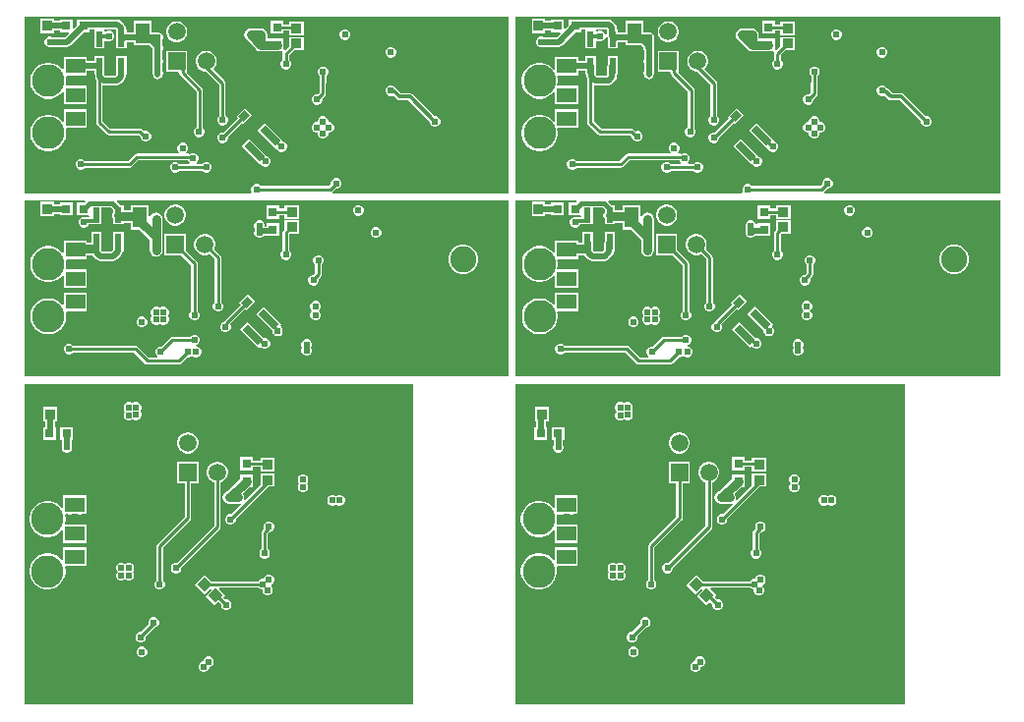
<source format=gbl>
G04*
G04 #@! TF.GenerationSoftware,Altium Limited,Altium Designer,22.10.1 (41)*
G04*
G04 Layer_Physical_Order=4*
G04 Layer_Color=16711680*
%FSTAX24Y24*%
%MOIN*%
G70*
G04*
G04 #@! TF.SameCoordinates,68DEA821-BA8F-46B5-960C-AC53CEFB18E0*
G04*
G04*
G04 #@! TF.FilePolarity,Positive*
G04*
G01*
G75*
G04:AMPARAMS|DCode=21|XSize=23.6mil|YSize=74.8mil|CornerRadius=0mil|HoleSize=0mil|Usage=FLASHONLY|Rotation=45.000|XOffset=0mil|YOffset=0mil|HoleType=Round|Shape=Rectangle|*
%AMROTATEDRECTD21*
4,1,4,0.0181,-0.0348,-0.0348,0.0181,-0.0181,0.0348,0.0348,-0.0181,0.0181,-0.0348,0.0*
%
%ADD21ROTATEDRECTD21*%

G04:AMPARAMS|DCode=22|XSize=15.7mil|YSize=74.8mil|CornerRadius=0mil|HoleSize=0mil|Usage=FLASHONLY|Rotation=45.000|XOffset=0mil|YOffset=0mil|HoleType=Round|Shape=Rectangle|*
%AMROTATEDRECTD22*
4,1,4,0.0209,-0.0320,-0.0320,0.0209,-0.0209,0.0320,0.0320,-0.0209,0.0209,-0.0320,0.0*
%
%ADD22ROTATEDRECTD22*%

%ADD25R,0.0374X0.0335*%
%ADD34R,0.0236X0.0520*%
%ADD35R,0.0484X0.0709*%
%ADD36C,0.0300*%
%ADD37C,0.0150*%
%ADD38C,0.0200*%
%ADD39C,0.0100*%
%ADD48R,0.0335X0.0374*%
%ADD50C,0.0119*%
%ADD52C,0.0118*%
G04:AMPARAMS|DCode=61|XSize=23.6mil|YSize=29.5mil|CornerRadius=0mil|HoleSize=0mil|Usage=FLASHONLY|Rotation=315.000|XOffset=0mil|YOffset=0mil|HoleType=Round|Shape=Rectangle|*
%AMROTATEDRECTD61*
4,1,4,-0.0188,-0.0021,0.0021,0.0188,0.0188,0.0021,-0.0021,-0.0188,-0.0188,-0.0021,0.0*
%
%ADD61ROTATEDRECTD61*%

%ADD63C,0.1102*%
%ADD64R,0.0594X0.0594*%
%ADD65C,0.0594*%
%ADD66C,0.0240*%
%ADD67C,0.1004*%
%ADD68C,0.0886*%
G04:AMPARAMS|DCode=69|XSize=37.4mil|YSize=33.5mil|CornerRadius=0mil|HoleSize=0mil|Usage=FLASHONLY|Rotation=45.000|XOffset=0mil|YOffset=0mil|HoleType=Round|Shape=Rectangle|*
%AMROTATEDRECTD69*
4,1,4,-0.0014,-0.0251,-0.0251,-0.0014,0.0014,0.0251,0.0251,0.0014,-0.0014,-0.0251,0.0*
%
%ADD69ROTATEDRECTD69*%

%ADD70R,0.0315X0.0315*%
%ADD71R,0.0315X0.0315*%
%ADD72R,0.0669X0.0512*%
%ADD73R,0.0315X0.0315*%
G36*
X037063Y021362D02*
X03111D01*
X031094Y021407D01*
X031094Y021412D01*
X031192Y02151D01*
X031249D01*
X031315Y021538D01*
X031366Y021589D01*
X031394Y021655D01*
Y021726D01*
X031366Y021793D01*
X031315Y021843D01*
X031249Y021871D01*
X031178D01*
X031111Y021843D01*
X031061Y021793D01*
X031033Y021726D01*
Y021669D01*
X030967Y021603D01*
X028656D01*
X028615Y021643D01*
X028549Y021671D01*
X028478D01*
X028411Y021643D01*
X028361Y021593D01*
X028333Y021526D01*
Y021455D01*
X028351Y021412D01*
X028322Y021362D01*
X020654D01*
Y027338D01*
X037063D01*
Y021362D01*
D02*
G37*
G36*
X020409D02*
X014456D01*
X014441Y021407D01*
X01444Y021412D01*
X014538Y02151D01*
X014596D01*
X014662Y021538D01*
X014713Y021589D01*
X01474Y021655D01*
Y021726D01*
X014713Y021793D01*
X014662Y021843D01*
X014596Y021871D01*
X014524D01*
X014458Y021843D01*
X014407Y021793D01*
X01438Y021726D01*
Y021669D01*
X014313Y021603D01*
X012002D01*
X011962Y021643D01*
X011896Y021671D01*
X011824D01*
X011758Y021643D01*
X011707Y021593D01*
X01168Y021526D01*
Y021455D01*
X011697Y021412D01*
X011668Y021362D01*
X004D01*
Y027338D01*
X020409D01*
Y021362D01*
D02*
G37*
G36*
X037063Y015142D02*
X020654D01*
Y021118D01*
X022697D01*
X022716Y021072D01*
X022682Y021038D01*
X022441D01*
Y020603D01*
X022836D01*
X022869Y020553D01*
X022865Y020543D01*
X022748D01*
X022748Y020543D01*
X022727Y020539D01*
X022699Y02055D01*
X022628D01*
X022561Y020523D01*
X022511Y020472D01*
X022483Y020406D01*
Y020334D01*
X022511Y020268D01*
X022561Y020217D01*
X022628Y02019D01*
X022699D01*
X022765Y020217D01*
X022816Y020268D01*
X02283Y020301D01*
X02303D01*
X02303Y020301D01*
X023042Y020303D01*
X023268D01*
Y020886D01*
X02358D01*
X023657Y020809D01*
Y020719D01*
X02364Y020693D01*
X023623Y020611D01*
X02364Y020529D01*
X023659Y0205D01*
Y020303D01*
X024016D01*
Y020365D01*
X024261D01*
Y020121D01*
X024563D01*
X024899Y019785D01*
Y01942D01*
X024916Y019338D01*
X024962Y019269D01*
X025032Y019222D01*
X025113Y019206D01*
X025195Y019222D01*
X025265Y019269D01*
X025311Y019338D01*
X025328Y01942D01*
Y019874D01*
Y020495D01*
X025311Y020577D01*
X025265Y020646D01*
X025195Y020693D01*
X025113Y020709D01*
X025032Y020693D01*
X024962Y020646D01*
X024916Y020577D01*
X024916Y020576D01*
X024866Y020581D01*
Y02095D01*
X024261D01*
Y020793D01*
X024016D01*
Y020943D01*
X023906D01*
X023892Y020963D01*
X023783Y021072D01*
X023803Y021118D01*
X037063D01*
Y015142D01*
D02*
G37*
G36*
X020409D02*
X004D01*
Y021118D01*
X006043D01*
X006062Y021072D01*
X006028Y021038D01*
X005788D01*
Y020603D01*
X006182D01*
X006215Y020553D01*
X006211Y020543D01*
X006095D01*
X006095Y020543D01*
X006073Y020539D01*
X006046Y02055D01*
X005974D01*
X005908Y020523D01*
X005857Y020472D01*
X00583Y020406D01*
Y020334D01*
X005857Y020268D01*
X005908Y020217D01*
X005974Y02019D01*
X006046D01*
X006112Y020217D01*
X006163Y020268D01*
X006176Y020301D01*
X006377D01*
X006377Y020301D01*
X006388Y020303D01*
X006614D01*
Y020886D01*
X006927D01*
X007003Y020809D01*
Y020719D01*
X006986Y020693D01*
X00697Y020611D01*
X006986Y020529D01*
X007006Y0205D01*
Y020303D01*
X007362D01*
Y020365D01*
X007608D01*
Y020121D01*
X007909D01*
X008246Y019785D01*
Y01942D01*
X008262Y019338D01*
X008309Y019269D01*
X008378Y019222D01*
X00846Y019206D01*
X008542Y019222D01*
X008611Y019269D01*
X008658Y019338D01*
X008674Y01942D01*
Y019874D01*
Y020495D01*
X008658Y020577D01*
X008611Y020646D01*
X008542Y020693D01*
X00846Y020709D01*
X008378Y020693D01*
X008309Y020646D01*
X008262Y020577D01*
X008262Y020576D01*
X008212Y020581D01*
Y02095D01*
X007608D01*
Y020793D01*
X007362D01*
Y020943D01*
X007252D01*
X007238Y020963D01*
X00713Y021072D01*
X007149Y021118D01*
X020409D01*
Y015142D01*
D02*
G37*
G36*
X033841Y004D02*
X020654D01*
Y014897D01*
X033841D01*
Y004D01*
D02*
G37*
G36*
X017187D02*
X004D01*
Y014897D01*
X017187D01*
Y004D01*
D02*
G37*
%LPC*%
G36*
X029431Y027203D02*
X028996D01*
Y026768D01*
X029431D01*
Y026874D01*
X029616D01*
Y026719D01*
X03011D01*
Y027174D01*
X029616D01*
Y027098D01*
X029431D01*
Y027203D01*
D02*
G37*
G36*
X031549Y026921D02*
X031478D01*
X031411Y026893D01*
X031361Y026843D01*
X031333Y026776D01*
Y026705D01*
X031361Y026639D01*
X031411Y026588D01*
X031478Y02656D01*
X031549D01*
X031615Y026588D01*
X031666Y026639D01*
X031694Y026705D01*
Y026776D01*
X031666Y026843D01*
X031615Y026893D01*
X031549Y026921D01*
D02*
G37*
G36*
X02586Y027197D02*
X025766D01*
X025676Y027173D01*
X025594Y027126D01*
X025528Y02706D01*
X025481Y026978D01*
X025457Y026888D01*
Y026794D01*
X025481Y026703D01*
X025528Y026621D01*
X025594Y026555D01*
X025676Y026508D01*
X025766Y026484D01*
X02586D01*
X025951Y026508D01*
X026033Y026555D01*
X026099Y026621D01*
X026146Y026703D01*
X02617Y026794D01*
Y026888D01*
X026146Y026978D01*
X026099Y02706D01*
X026033Y027126D01*
X025951Y027173D01*
X02586Y027197D01*
D02*
G37*
G36*
X033099Y026321D02*
X033028D01*
X032961Y026293D01*
X032911Y026243D01*
X032883Y026176D01*
Y026105D01*
X032911Y026039D01*
X032961Y025988D01*
X033028Y02596D01*
X033099D01*
X033165Y025988D01*
X033216Y026039D01*
X033244Y026105D01*
Y026176D01*
X033216Y026243D01*
X033165Y026293D01*
X033099Y026321D01*
D02*
G37*
G36*
X028663Y026955D02*
X028313D01*
X028232Y026938D01*
X028162Y026892D01*
X028116Y026822D01*
X028099Y026741D01*
X028116Y026659D01*
X028162Y026589D01*
X028412Y026339D01*
X028412Y026339D01*
X028507Y026244D01*
X028577Y026197D01*
X028659Y026181D01*
X028996D01*
Y026178D01*
X029379D01*
X029406Y026139D01*
X029409Y026128D01*
X029401Y026091D01*
X029401Y026091D01*
Y025883D01*
X029361Y025843D01*
X029333Y025776D01*
Y025705D01*
X029361Y025639D01*
X029411Y025588D01*
X029478Y02556D01*
X029549D01*
X029615Y025588D01*
X029666Y025639D01*
X029694Y025705D01*
Y025776D01*
X029666Y025843D01*
X029626Y025883D01*
Y026044D01*
X029789Y026207D01*
X03011D01*
Y026662D01*
X029616D01*
Y026352D01*
X029481Y026217D01*
X029431Y026237D01*
Y026613D01*
X028996D01*
Y026609D01*
X028878D01*
Y026741D01*
X028861Y026822D01*
X028815Y026892D01*
X028745Y026938D01*
X028663Y026955D01*
D02*
G37*
G36*
X024116Y026008D02*
X023759D01*
Y025685D01*
X023756Y02567D01*
Y025375D01*
X023735Y025354D01*
X023392D01*
X023371Y025375D01*
Y02567D01*
X023368Y025685D01*
Y026008D01*
X023011D01*
Y025851D01*
X022777D01*
Y025984D01*
X021988D01*
Y025569D01*
X02194Y025554D01*
X021932Y025566D01*
X021847Y025651D01*
X021747Y025718D01*
X021635Y025764D01*
X021517Y025788D01*
X021397D01*
X021279Y025764D01*
X021168Y025718D01*
X021068Y025651D01*
X020982Y025566D01*
X020916Y025466D01*
X020869Y025355D01*
X020846Y025237D01*
Y025116D01*
X020869Y024998D01*
X020916Y024887D01*
X020982Y024787D01*
X021068Y024702D01*
X021168Y024635D01*
X021279Y024589D01*
X021397Y024565D01*
X021517D01*
X021635Y024589D01*
X021747Y024635D01*
X021847Y024702D01*
X021932Y024787D01*
X02194Y024799D01*
X021988Y024784D01*
Y024368D01*
X022777D01*
Y025D01*
X022085D01*
X022053Y025039D01*
X022068Y025116D01*
Y025237D01*
X022053Y025314D01*
X022085Y025353D01*
X022777D01*
Y025525D01*
X023011D01*
Y025368D01*
X023044D01*
Y025308D01*
X023057Y025245D01*
X023077Y025215D01*
Y023765D01*
X023077Y023765D01*
X023086Y023722D01*
X02311Y023685D01*
X023434Y023361D01*
X023434Y023361D01*
X023471Y023337D01*
X023513Y023328D01*
X024529D01*
X024583Y023274D01*
Y023255D01*
X024611Y023189D01*
X024661Y023138D01*
X024728Y02311D01*
X024799D01*
X024865Y023138D01*
X024916Y023189D01*
X024944Y023255D01*
Y023326D01*
X024916Y023393D01*
X024865Y023443D01*
X024799Y023471D01*
X024728D01*
X024711Y023464D01*
X024655Y02352D01*
X024618Y023544D01*
X024576Y023553D01*
X024576Y023553D01*
X02356D01*
X023302Y023811D01*
Y025008D01*
X023325Y025027D01*
X023802D01*
X023865Y02504D01*
X023918Y025075D01*
X024035Y025192D01*
X02407Y025245D01*
X024083Y025308D01*
Y025368D01*
X024116D01*
Y026008D01*
D02*
G37*
G36*
X021647Y027288D02*
X021192D01*
Y026794D01*
X021647D01*
Y026877D01*
X021851D01*
Y026823D01*
X022145D01*
X022164Y026777D01*
X022041Y026654D01*
X02159D01*
X021549Y026671D01*
X021478D01*
X021411Y026643D01*
X021361Y026593D01*
X021333Y026526D01*
Y026455D01*
X021361Y026389D01*
X021411Y026338D01*
X021478Y02631D01*
X021549D01*
X02159Y026327D01*
X022109D01*
X022171Y02634D01*
X022224Y026375D01*
X022672Y026823D01*
X022876D01*
Y026927D01*
X022967D01*
X023011Y026913D01*
X023011Y026877D01*
Y026273D01*
X023368D01*
Y026511D01*
X023391Y026525D01*
X023418Y026535D01*
X023478Y02651D01*
X023549D01*
X023615Y026538D01*
X023666Y026589D01*
X023694Y026655D01*
Y026726D01*
X023666Y026793D01*
X023615Y026843D01*
X023549Y026871D01*
X023478D01*
X023418Y026846D01*
X023391Y026856D01*
X023374Y026866D01*
X023375Y026916D01*
X023412Y026927D01*
X023735D01*
X023756Y026906D01*
Y026682D01*
X023759Y026666D01*
Y026273D01*
X024116D01*
Y026477D01*
X024361D01*
Y026376D01*
X02479D01*
X024806Y026373D01*
X0249D01*
X024983Y02629D01*
Y026255D01*
X025Y026214D01*
Y025917D01*
X024983Y025876D01*
Y025805D01*
X025Y025764D01*
Y025517D01*
X024983Y025476D01*
Y025405D01*
X025011Y025339D01*
X025013Y025328D01*
X025048Y025275D01*
X025101Y02524D01*
X025163Y025227D01*
X025226Y02524D01*
X025279Y025275D01*
X025314Y025328D01*
X025316Y025339D01*
X025344Y025405D01*
Y025476D01*
X025327Y025517D01*
Y025764D01*
X025344Y025805D01*
Y025876D01*
X025327Y025917D01*
Y026214D01*
X025344Y026255D01*
Y026326D01*
X025327Y026367D01*
Y026564D01*
X025344Y026605D01*
Y026676D01*
X025316Y026743D01*
X025265Y026793D01*
X025199Y026821D01*
X025128D01*
X025087Y026804D01*
X024966D01*
Y027205D01*
X024361D01*
Y026804D01*
X024116D01*
Y026913D01*
X024083D01*
Y026973D01*
X02407Y027036D01*
X024035Y027089D01*
X023918Y027206D01*
X023865Y027241D01*
X023802Y027254D01*
X022876D01*
Y027258D01*
X022441D01*
Y027054D01*
X022332Y026944D01*
X022286Y026964D01*
Y027258D01*
X021851D01*
Y027204D01*
X021647D01*
Y027288D01*
D02*
G37*
G36*
X030812Y025658D02*
X03074D01*
X030674Y025631D01*
X030623Y02558D01*
X030596Y025514D01*
Y025442D01*
X030623Y025376D01*
X030664Y025336D01*
Y025152D01*
X03066Y025146D01*
X030651Y025103D01*
X030651Y025103D01*
Y024787D01*
X030585Y024721D01*
X030528D01*
X030461Y024693D01*
X030411Y024643D01*
X030383Y024576D01*
Y024505D01*
X030411Y024439D01*
X030461Y024388D01*
X030528Y02436D01*
X030599D01*
X030665Y024388D01*
X030716Y024439D01*
X030744Y024505D01*
Y024562D01*
X030843Y024661D01*
X030843Y024661D01*
X030867Y024698D01*
X030876Y024741D01*
X030876Y024741D01*
Y025067D01*
X030879Y025073D01*
X030888Y025116D01*
X030888Y025116D01*
Y025336D01*
X030928Y025376D01*
X030956Y025442D01*
Y025514D01*
X030928Y02558D01*
X030878Y025631D01*
X030812Y025658D01*
D02*
G37*
G36*
X022777Y024213D02*
X021988D01*
Y023797D01*
X02194Y023782D01*
X021932Y023794D01*
X021847Y023879D01*
X021747Y023946D01*
X021635Y023992D01*
X021517Y024016D01*
X021397D01*
X021279Y023992D01*
X021168Y023946D01*
X021068Y023879D01*
X020982Y023794D01*
X020916Y023694D01*
X020869Y023583D01*
X020846Y023465D01*
Y023345D01*
X020869Y023226D01*
X020916Y023115D01*
X020982Y023015D01*
X021068Y02293D01*
X021168Y022863D01*
X021279Y022817D01*
X021397Y022794D01*
X021517D01*
X021635Y022817D01*
X021747Y022863D01*
X021847Y02293D01*
X021932Y023015D01*
X021999Y023115D01*
X022045Y023226D01*
X022068Y023345D01*
Y023465D01*
X022053Y023542D01*
X022085Y023581D01*
X022777D01*
Y024213D01*
D02*
G37*
G36*
X028124Y024253D02*
X027831Y02396D01*
X027877Y023913D01*
X027385Y023421D01*
X027328D01*
X027261Y023393D01*
X027211Y023343D01*
X027183Y023276D01*
Y023205D01*
X027211Y023139D01*
X027261Y023088D01*
X027328Y02306D01*
X027399D01*
X027465Y023088D01*
X027516Y023139D01*
X027544Y023205D01*
Y023262D01*
X028036Y023754D01*
X028083Y023708D01*
X028376Y024001D01*
X028124Y024253D01*
D02*
G37*
G36*
X02686Y026197D02*
X026766D01*
X026676Y026173D01*
X026594Y026126D01*
X026528Y02606D01*
X026481Y025978D01*
X026457Y025888D01*
Y025794D01*
X026481Y025703D01*
X026528Y025621D01*
X026594Y025555D01*
X026676Y025508D01*
X026766Y025484D01*
X026812D01*
X027251Y025044D01*
Y023983D01*
X027211Y023943D01*
X027183Y023876D01*
Y023805D01*
X027211Y023739D01*
X027261Y023688D01*
X027328Y02366D01*
X027399D01*
X027465Y023688D01*
X027516Y023739D01*
X027544Y023805D01*
Y023876D01*
X027516Y023943D01*
X027476Y023983D01*
Y025091D01*
X027467Y025133D01*
X027443Y02517D01*
X027443Y02517D01*
X027045Y025568D01*
X027099Y025621D01*
X027146Y025703D01*
X02717Y025794D01*
Y025888D01*
X027146Y025978D01*
X027099Y02606D01*
X027033Y026126D01*
X026951Y026173D01*
X02686Y026197D01*
D02*
G37*
G36*
X033099Y025021D02*
X033028D01*
X032961Y024993D01*
X032911Y024943D01*
X032883Y024876D01*
Y024805D01*
X032911Y024739D01*
X032961Y024688D01*
X033028Y02466D01*
X033099D01*
X03315Y024682D01*
X033277Y024555D01*
X033317Y024528D01*
X033363Y024519D01*
X033663D01*
X034383Y023799D01*
Y023755D01*
X034411Y023689D01*
X034461Y023638D01*
X034528Y02361D01*
X034599D01*
X034665Y023638D01*
X034716Y023689D01*
X034744Y023755D01*
Y023826D01*
X034716Y023893D01*
X034665Y023943D01*
X034599Y023971D01*
X034555D01*
X033799Y024727D01*
X03376Y024753D01*
X033713Y024762D01*
X033414D01*
X033273Y024903D01*
X033233Y02493D01*
X03322Y024932D01*
X033216Y024943D01*
X033165Y024993D01*
X033099Y025021D01*
D02*
G37*
G36*
X02617Y026197D02*
X025457D01*
Y025484D01*
X025869D01*
X025898Y025444D01*
X025907Y025401D01*
X025931Y025364D01*
X026485Y024811D01*
Y023625D01*
X02648Y023601D01*
X026461Y023593D01*
X026411Y023543D01*
X026383Y023476D01*
Y023405D01*
X026411Y023339D01*
X026461Y023288D01*
X026528Y02326D01*
X026599D01*
X026665Y023288D01*
X026716Y023339D01*
X026744Y023405D01*
Y023476D01*
X026716Y023543D01*
X026702Y023556D01*
Y023565D01*
X026709Y023599D01*
Y024857D01*
X0267Y0249D01*
X026676Y024936D01*
X026676Y024936D01*
X026158Y025454D01*
X02617Y025484D01*
X02617D01*
Y026197D01*
D02*
G37*
G36*
X030799Y023971D02*
X030728D01*
X030661Y023943D01*
X030611Y023893D01*
X030583Y023826D01*
Y023771D01*
X030528D01*
X030461Y023743D01*
X030411Y023693D01*
X030383Y023626D01*
Y023555D01*
X030411Y023489D01*
X030461Y023438D01*
X030528Y02341D01*
X030583D01*
Y023355D01*
X030611Y023289D01*
X030661Y023238D01*
X030728Y02321D01*
X030799D01*
X030865Y023238D01*
X030916Y023289D01*
X030944Y023355D01*
Y02341D01*
X030999D01*
X031065Y023438D01*
X031116Y023489D01*
X031144Y023555D01*
Y023626D01*
X031116Y023693D01*
X031065Y023743D01*
X030999Y023771D01*
X030944D01*
Y023826D01*
X030916Y023893D01*
X030865Y023943D01*
X030799Y023971D01*
D02*
G37*
G36*
X028797Y023738D02*
X028545Y023486D01*
X029159Y022872D01*
X029159D01*
X0292Y022864D01*
X029211Y022839D01*
X029261Y022788D01*
X029328Y02276D01*
X029399D01*
X029465Y022788D01*
X029516Y022839D01*
X029544Y022905D01*
Y022976D01*
X029516Y023043D01*
X029465Y023093D01*
X029413Y023115D01*
X029411Y023124D01*
Y023124D01*
X028797Y023738D01*
D02*
G37*
G36*
X026049Y023071D02*
X025978D01*
X025911Y023043D01*
X025861Y022993D01*
X025833Y022926D01*
Y022855D01*
X025861Y022789D01*
X025897Y022753D01*
X025876Y022703D01*
X024463D01*
X024421Y022694D01*
X024384Y02267D01*
X024384Y02267D01*
X024167Y022453D01*
X022706D01*
X022665Y022493D01*
X022599Y022521D01*
X022528D01*
X022461Y022493D01*
X022411Y022443D01*
X022383Y022376D01*
Y022305D01*
X022411Y022239D01*
X022461Y022188D01*
X022528Y02216D01*
X022599D01*
X022665Y022188D01*
X022706Y022228D01*
X024213D01*
X024213Y022228D01*
X024256Y022237D01*
X024293Y022261D01*
X02451Y022478D01*
X026193D01*
X026195Y022477D01*
X026211Y022439D01*
X026247Y022403D01*
X026226Y022353D01*
X025906D01*
X025865Y022393D01*
X025799Y022421D01*
X025728D01*
X025661Y022393D01*
X025611Y022343D01*
X025583Y022276D01*
Y022205D01*
X025611Y022139D01*
X025661Y022088D01*
X025728Y02206D01*
X025799D01*
X025865Y022088D01*
X025906Y022128D01*
X026671D01*
X026711Y022088D01*
X026778Y02206D01*
X026849D01*
X026915Y022088D01*
X026966Y022139D01*
X026994Y022205D01*
Y022276D01*
X026966Y022343D01*
X026915Y022393D01*
X026849Y022421D01*
X026778D01*
X026711Y022393D01*
X026671Y022353D01*
X026501D01*
X02648Y022403D01*
X026516Y022439D01*
X026544Y022505D01*
Y022576D01*
X026516Y022643D01*
X026465Y022693D01*
X026399Y022721D01*
X026328D01*
X026268Y022696D01*
X026235Y022703D01*
X026235Y022703D01*
X026151D01*
X02613Y022753D01*
X026166Y022789D01*
X026194Y022855D01*
Y022926D01*
X026166Y022993D01*
X026115Y023043D01*
X026049Y023071D01*
D02*
G37*
G36*
X028268Y023209D02*
X028016Y022957D01*
X02863Y022343D01*
X028631Y022344D01*
X028661Y022339D01*
X028711Y022288D01*
X028778Y02226D01*
X028849D01*
X028915Y022288D01*
X028966Y022339D01*
X028994Y022405D01*
Y022476D01*
X028966Y022543D01*
X028915Y022593D01*
X028861Y022616D01*
X028268Y023209D01*
D02*
G37*
G36*
X012777Y027203D02*
X012342D01*
Y026768D01*
X012777D01*
Y026874D01*
X012963D01*
Y026719D01*
X013457D01*
Y027174D01*
X012963D01*
Y027098D01*
X012777D01*
Y027203D01*
D02*
G37*
G36*
X014896Y026921D02*
X014824D01*
X014758Y026893D01*
X014707Y026843D01*
X01468Y026776D01*
Y026705D01*
X014707Y026639D01*
X014758Y026588D01*
X014824Y02656D01*
X014896D01*
X014962Y026588D01*
X015013Y026639D01*
X01504Y026705D01*
Y026776D01*
X015013Y026843D01*
X014962Y026893D01*
X014896Y026921D01*
D02*
G37*
G36*
X009207Y027197D02*
X009113D01*
X009022Y027173D01*
X008941Y027126D01*
X008874Y02706D01*
X008827Y026978D01*
X008803Y026888D01*
Y026794D01*
X008827Y026703D01*
X008874Y026621D01*
X008941Y026555D01*
X009022Y026508D01*
X009113Y026484D01*
X009207D01*
X009298Y026508D01*
X009379Y026555D01*
X009445Y026621D01*
X009492Y026703D01*
X009517Y026794D01*
Y026888D01*
X009492Y026978D01*
X009445Y02706D01*
X009379Y027126D01*
X009298Y027173D01*
X009207Y027197D01*
D02*
G37*
G36*
X016446Y026321D02*
X016374D01*
X016308Y026293D01*
X016257Y026243D01*
X01623Y026176D01*
Y026105D01*
X016257Y026039D01*
X016308Y025988D01*
X016374Y02596D01*
X016446D01*
X016512Y025988D01*
X016563Y026039D01*
X01659Y026105D01*
Y026176D01*
X016563Y026243D01*
X016512Y026293D01*
X016446Y026321D01*
D02*
G37*
G36*
X01201Y026955D02*
X01166D01*
X011578Y026938D01*
X011509Y026892D01*
X011462Y026822D01*
X011446Y026741D01*
X011462Y026659D01*
X011509Y026589D01*
X011759Y026339D01*
X011759Y026339D01*
X011854Y026244D01*
X011923Y026197D01*
X012005Y026181D01*
X012342D01*
Y026178D01*
X012726D01*
X012752Y026139D01*
X012755Y026128D01*
X012748Y026091D01*
X012748Y026091D01*
Y025883D01*
X012707Y025843D01*
X01268Y025776D01*
Y025705D01*
X012707Y025639D01*
X012758Y025588D01*
X012824Y02556D01*
X012896D01*
X012962Y025588D01*
X013013Y025639D01*
X01304Y025705D01*
Y025776D01*
X013013Y025843D01*
X012972Y025883D01*
Y026044D01*
X013135Y026207D01*
X013457D01*
Y026662D01*
X012963D01*
Y026352D01*
X012827Y026217D01*
X012777Y026237D01*
Y026613D01*
X012342D01*
Y026609D01*
X012224D01*
Y026741D01*
X012208Y026822D01*
X012161Y026892D01*
X012092Y026938D01*
X01201Y026955D01*
D02*
G37*
G36*
X007462Y026008D02*
X007106D01*
Y025685D01*
X007103Y02567D01*
Y025375D01*
X007081Y025354D01*
X006739D01*
X006717Y025375D01*
Y02567D01*
X006714Y025685D01*
Y026008D01*
X006358D01*
Y025851D01*
X006123D01*
Y025984D01*
X005334D01*
Y025569D01*
X005286Y025554D01*
X005278Y025566D01*
X005193Y025651D01*
X005093Y025718D01*
X004982Y025764D01*
X004864Y025788D01*
X004743D01*
X004625Y025764D01*
X004514Y025718D01*
X004414Y025651D01*
X004329Y025566D01*
X004262Y025466D01*
X004216Y025355D01*
X004192Y025237D01*
Y025116D01*
X004216Y024998D01*
X004262Y024887D01*
X004329Y024787D01*
X004414Y024702D01*
X004514Y024635D01*
X004625Y024589D01*
X004743Y024565D01*
X004864D01*
X004982Y024589D01*
X005093Y024635D01*
X005193Y024702D01*
X005278Y024787D01*
X005286Y024799D01*
X005334Y024784D01*
Y024368D01*
X006123D01*
Y025D01*
X005431D01*
X005399Y025039D01*
X005415Y025116D01*
Y025237D01*
X005399Y025314D01*
X005431Y025353D01*
X006123D01*
Y025525D01*
X006358D01*
Y025368D01*
X006391D01*
Y025308D01*
X006403Y025245D01*
X006424Y025215D01*
Y023765D01*
X006424Y023765D01*
X006432Y023722D01*
X006457Y023685D01*
X006781Y023361D01*
X006781Y023361D01*
X006817Y023337D01*
X00686Y023328D01*
X007876D01*
X00793Y023274D01*
Y023255D01*
X007957Y023189D01*
X008008Y023138D01*
X008074Y02311D01*
X008146D01*
X008212Y023138D01*
X008263Y023189D01*
X00829Y023255D01*
Y023326D01*
X008263Y023393D01*
X008212Y023443D01*
X008146Y023471D01*
X008074D01*
X008057Y023464D01*
X008001Y02352D01*
X007965Y023544D01*
X007922Y023553D01*
X007922Y023553D01*
X006906D01*
X006648Y023811D01*
Y025008D01*
X006671Y025027D01*
X007149D01*
X007211Y02504D01*
X007264Y025075D01*
X007381Y025192D01*
X007417Y025245D01*
X007429Y025308D01*
Y025368D01*
X007462D01*
Y026008D01*
D02*
G37*
G36*
X004993Y027288D02*
X004539D01*
Y026794D01*
X004993D01*
Y026877D01*
X005197D01*
Y026823D01*
X005492D01*
X005511Y026777D01*
X005388Y026654D01*
X004937D01*
X004896Y026671D01*
X004824D01*
X004758Y026643D01*
X004707Y026593D01*
X00468Y026526D01*
Y026455D01*
X004707Y026389D01*
X004758Y026338D01*
X004824Y02631D01*
X004896D01*
X004937Y026327D01*
X005455D01*
X005518Y02634D01*
X005571Y026375D01*
X006018Y026823D01*
X006223D01*
Y026927D01*
X006314D01*
X006358Y026913D01*
X006358Y026877D01*
Y026273D01*
X006714D01*
Y026511D01*
X006737Y026525D01*
X006764Y026535D01*
X006824Y02651D01*
X006896D01*
X006962Y026538D01*
X007013Y026589D01*
X00704Y026655D01*
Y026726D01*
X007013Y026793D01*
X006962Y026843D01*
X006896Y026871D01*
X006824D01*
X006764Y026846D01*
X006737Y026856D01*
X00672Y026866D01*
X006722Y026916D01*
X006758Y026927D01*
X007081D01*
X007103Y026906D01*
Y026682D01*
X007106Y026666D01*
Y026273D01*
X007462D01*
Y026477D01*
X007708D01*
Y026376D01*
X008136D01*
X008152Y026373D01*
X008247D01*
X00833Y02629D01*
Y026255D01*
X008347Y026214D01*
Y025917D01*
X00833Y025876D01*
Y025805D01*
X008347Y025764D01*
Y025517D01*
X00833Y025476D01*
Y025405D01*
X008357Y025339D01*
X008359Y025328D01*
X008395Y025275D01*
X008447Y02524D01*
X00851Y025227D01*
X008572Y02524D01*
X008625Y025275D01*
X008661Y025328D01*
X008663Y025339D01*
X00869Y025405D01*
Y025476D01*
X008673Y025517D01*
Y025764D01*
X00869Y025805D01*
Y025876D01*
X008673Y025917D01*
Y026214D01*
X00869Y026255D01*
Y026326D01*
X008673Y026367D01*
Y026564D01*
X00869Y026605D01*
Y026676D01*
X008663Y026743D01*
X008612Y026793D01*
X008546Y026821D01*
X008474D01*
X008433Y026804D01*
X008312D01*
Y027205D01*
X007708D01*
Y026804D01*
X007462D01*
Y026913D01*
X007429D01*
Y026973D01*
X007417Y027036D01*
X007381Y027089D01*
X007264Y027206D01*
X007211Y027241D01*
X007149Y027254D01*
X006223D01*
Y027258D01*
X005788D01*
Y027054D01*
X005678Y026944D01*
X005632Y026964D01*
Y027258D01*
X005197D01*
Y027204D01*
X004993D01*
Y027288D01*
D02*
G37*
G36*
X014158Y025658D02*
X014086D01*
X01402Y025631D01*
X01397Y02558D01*
X013942Y025514D01*
Y025442D01*
X01397Y025376D01*
X01401Y025336D01*
Y025152D01*
X014006Y025146D01*
X013998Y025103D01*
X013998Y025103D01*
Y024787D01*
X013931Y024721D01*
X013874D01*
X013808Y024693D01*
X013757Y024643D01*
X01373Y024576D01*
Y024505D01*
X013757Y024439D01*
X013808Y024388D01*
X013874Y02436D01*
X013946D01*
X014012Y024388D01*
X014063Y024439D01*
X01409Y024505D01*
Y024562D01*
X014189Y024661D01*
X014189Y024661D01*
X014214Y024698D01*
X014222Y024741D01*
X014222Y024741D01*
Y025067D01*
X014226Y025073D01*
X014234Y025116D01*
X014234Y025116D01*
Y025336D01*
X014275Y025376D01*
X014302Y025442D01*
Y025514D01*
X014275Y02558D01*
X014224Y025631D01*
X014158Y025658D01*
D02*
G37*
G36*
X006123Y024213D02*
X005334D01*
Y023797D01*
X005286Y023782D01*
X005278Y023794D01*
X005193Y023879D01*
X005093Y023946D01*
X004982Y023992D01*
X004864Y024016D01*
X004743D01*
X004625Y023992D01*
X004514Y023946D01*
X004414Y023879D01*
X004329Y023794D01*
X004262Y023694D01*
X004216Y023583D01*
X004192Y023465D01*
Y023345D01*
X004216Y023226D01*
X004262Y023115D01*
X004329Y023015D01*
X004414Y02293D01*
X004514Y022863D01*
X004625Y022817D01*
X004743Y022794D01*
X004864D01*
X004982Y022817D01*
X005093Y022863D01*
X005193Y02293D01*
X005278Y023015D01*
X005345Y023115D01*
X005391Y023226D01*
X005415Y023345D01*
Y023465D01*
X005399Y023542D01*
X005431Y023581D01*
X006123D01*
Y024213D01*
D02*
G37*
G36*
X011471Y024253D02*
X011177Y02396D01*
X011224Y023913D01*
X010731Y023421D01*
X010674D01*
X010608Y023393D01*
X010557Y023343D01*
X01053Y023276D01*
Y023205D01*
X010557Y023139D01*
X010608Y023088D01*
X010674Y02306D01*
X010746D01*
X010812Y023088D01*
X010863Y023139D01*
X01089Y023205D01*
Y023262D01*
X011382Y023754D01*
X011429Y023708D01*
X011723Y024001D01*
X011471Y024253D01*
D02*
G37*
G36*
X010207Y026197D02*
X010113D01*
X010022Y026173D01*
X009941Y026126D01*
X009874Y02606D01*
X009827Y025978D01*
X009803Y025888D01*
Y025794D01*
X009827Y025703D01*
X009874Y025621D01*
X009941Y025555D01*
X010022Y025508D01*
X010113Y025484D01*
X010158D01*
X010598Y025044D01*
Y023983D01*
X010557Y023943D01*
X01053Y023876D01*
Y023805D01*
X010557Y023739D01*
X010608Y023688D01*
X010674Y02366D01*
X010746D01*
X010812Y023688D01*
X010863Y023739D01*
X01089Y023805D01*
Y023876D01*
X010863Y023943D01*
X010822Y023983D01*
Y025091D01*
X010814Y025133D01*
X010789Y02517D01*
X010789Y02517D01*
X010392Y025568D01*
X010445Y025621D01*
X010492Y025703D01*
X010517Y025794D01*
Y025888D01*
X010492Y025978D01*
X010445Y02606D01*
X010379Y026126D01*
X010298Y026173D01*
X010207Y026197D01*
D02*
G37*
G36*
X016446Y025021D02*
X016374D01*
X016308Y024993D01*
X016257Y024943D01*
X01623Y024876D01*
Y024805D01*
X016257Y024739D01*
X016308Y024688D01*
X016374Y02466D01*
X016446D01*
X016497Y024682D01*
X016624Y024555D01*
X016663Y024528D01*
X01671Y024519D01*
X01701D01*
X01773Y023799D01*
Y023755D01*
X017757Y023689D01*
X017808Y023638D01*
X017874Y02361D01*
X017946D01*
X018012Y023638D01*
X018063Y023689D01*
X01809Y023755D01*
Y023826D01*
X018063Y023893D01*
X018012Y023943D01*
X017946Y023971D01*
X017902D01*
X017146Y024727D01*
X017106Y024753D01*
X01706Y024762D01*
X01676D01*
X016619Y024903D01*
X01658Y02493D01*
X016567Y024932D01*
X016563Y024943D01*
X016512Y024993D01*
X016446Y025021D01*
D02*
G37*
G36*
X009517Y026197D02*
X008803D01*
Y025484D01*
X009216D01*
X009245Y025444D01*
X009253Y025401D01*
X009277Y025364D01*
X009831Y024811D01*
Y023625D01*
X009826Y023601D01*
X009808Y023593D01*
X009757Y023543D01*
X00973Y023476D01*
Y023405D01*
X009757Y023339D01*
X009808Y023288D01*
X009874Y02326D01*
X009946D01*
X010012Y023288D01*
X010063Y023339D01*
X01009Y023405D01*
Y023476D01*
X010063Y023543D01*
X010049Y023556D01*
Y023565D01*
X010055Y023599D01*
Y024857D01*
X010047Y0249D01*
X010023Y024936D01*
X010023Y024936D01*
X009505Y025454D01*
X009517Y025484D01*
X009517D01*
Y026197D01*
D02*
G37*
G36*
X014146Y023971D02*
X014074D01*
X014008Y023943D01*
X013957Y023893D01*
X01393Y023826D01*
Y023771D01*
X013874D01*
X013808Y023743D01*
X013757Y023693D01*
X01373Y023626D01*
Y023555D01*
X013757Y023489D01*
X013808Y023438D01*
X013874Y02341D01*
X01393D01*
Y023355D01*
X013957Y023289D01*
X014008Y023238D01*
X014074Y02321D01*
X014146D01*
X014212Y023238D01*
X014263Y023289D01*
X01429Y023355D01*
Y02341D01*
X014346D01*
X014412Y023438D01*
X014463Y023489D01*
X01449Y023555D01*
Y023626D01*
X014463Y023693D01*
X014412Y023743D01*
X014346Y023771D01*
X01429D01*
Y023826D01*
X014263Y023893D01*
X014212Y023943D01*
X014146Y023971D01*
D02*
G37*
G36*
X012143Y023738D02*
X011892Y023486D01*
X012505Y022872D01*
X012505D01*
X012547Y022864D01*
X012557Y022839D01*
X012608Y022788D01*
X012674Y02276D01*
X012746D01*
X012812Y022788D01*
X012863Y022839D01*
X01289Y022905D01*
Y022976D01*
X012863Y023043D01*
X012812Y023093D01*
X012759Y023115D01*
X012757Y023124D01*
Y023124D01*
X012143Y023738D01*
D02*
G37*
G36*
X009396Y023071D02*
X009324D01*
X009258Y023043D01*
X009207Y022993D01*
X00918Y022926D01*
Y022855D01*
X009207Y022789D01*
X009243Y022753D01*
X009222Y022703D01*
X00781D01*
X007767Y022694D01*
X007731Y02267D01*
X007731Y02267D01*
X007513Y022453D01*
X006052D01*
X006012Y022493D01*
X005946Y022521D01*
X005874D01*
X005808Y022493D01*
X005757Y022443D01*
X00573Y022376D01*
Y022305D01*
X005757Y022239D01*
X005808Y022188D01*
X005874Y02216D01*
X005946D01*
X006012Y022188D01*
X006052Y022228D01*
X00756D01*
X00756Y022228D01*
X007603Y022237D01*
X007639Y022261D01*
X007856Y022478D01*
X00954D01*
X009541Y022477D01*
X009557Y022439D01*
X009593Y022403D01*
X009572Y022353D01*
X009252D01*
X009212Y022393D01*
X009146Y022421D01*
X009074D01*
X009008Y022393D01*
X008957Y022343D01*
X00893Y022276D01*
Y022205D01*
X008957Y022139D01*
X009008Y022088D01*
X009074Y02206D01*
X009146D01*
X009212Y022088D01*
X009252Y022128D01*
X010017D01*
X010058Y022088D01*
X010124Y02206D01*
X010196D01*
X010262Y022088D01*
X010313Y022139D01*
X01034Y022205D01*
Y022276D01*
X010313Y022343D01*
X010262Y022393D01*
X010196Y022421D01*
X010124D01*
X010058Y022393D01*
X010017Y022353D01*
X009847D01*
X009827Y022403D01*
X009863Y022439D01*
X00989Y022505D01*
Y022576D01*
X009863Y022643D01*
X009812Y022693D01*
X009746Y022721D01*
X009674D01*
X009615Y022696D01*
X009581Y022703D01*
X009581Y022703D01*
X009497D01*
X009477Y022753D01*
X009513Y022789D01*
X00954Y022855D01*
Y022926D01*
X009513Y022993D01*
X009462Y023043D01*
X009396Y023071D01*
D02*
G37*
G36*
X011615Y023209D02*
X011363Y022957D01*
X011976Y022343D01*
X011978Y022344D01*
X012007Y022339D01*
X012058Y022288D01*
X012124Y02226D01*
X012196D01*
X012262Y022288D01*
X012313Y022339D01*
X01234Y022405D01*
Y022476D01*
X012313Y022543D01*
X012262Y022593D01*
X012208Y022616D01*
X011615Y023209D01*
D02*
G37*
G36*
X02996Y020953D02*
X029466D01*
Y020838D01*
X029281D01*
Y020933D01*
X028846D01*
Y020498D01*
X029281D01*
Y020614D01*
X029466D01*
Y020499D01*
X02996D01*
Y020953D01*
D02*
G37*
G36*
X021647Y021067D02*
X021192D01*
Y020573D01*
X021647D01*
Y020657D01*
X021851D01*
Y020603D01*
X022286D01*
Y021038D01*
X021851D01*
Y020983D01*
X021647D01*
Y021067D01*
D02*
G37*
G36*
X032Y020949D02*
X031929D01*
X031863Y020922D01*
X031812Y020871D01*
X031784Y020805D01*
Y020733D01*
X031812Y020667D01*
X031863Y020616D01*
X031929Y020589D01*
X032D01*
X032067Y020616D01*
X032117Y020667D01*
X032145Y020733D01*
Y020805D01*
X032117Y020871D01*
X032067Y020922D01*
X032Y020949D01*
D02*
G37*
G36*
X02581Y020977D02*
X025716D01*
X025626Y020953D01*
X025544Y020906D01*
X025478Y020839D01*
X025431Y020758D01*
X025407Y020667D01*
Y020573D01*
X025431Y020482D01*
X025478Y020401D01*
X025544Y020335D01*
X025626Y020288D01*
X025716Y020263D01*
X02581D01*
X025901Y020288D01*
X025983Y020335D01*
X026049Y020401D01*
X026096Y020482D01*
X02612Y020573D01*
Y020667D01*
X026096Y020758D01*
X026049Y020839D01*
X025983Y020906D01*
X025901Y020953D01*
X02581Y020977D01*
D02*
G37*
G36*
X032599Y0202D02*
X032528D01*
X032461Y020173D01*
X032411Y020122D01*
X032383Y020056D01*
Y019984D01*
X032411Y019918D01*
X032461Y019867D01*
X032528Y01984D01*
X032599D01*
X032665Y019867D01*
X032716Y019918D01*
X032744Y019984D01*
Y020056D01*
X032716Y020122D01*
X032665Y020173D01*
X032599Y0202D01*
D02*
G37*
G36*
X028649Y020442D02*
X028578D01*
X028511Y020414D01*
X028461Y020364D01*
X028433Y020297D01*
Y020226D01*
X02845Y020185D01*
Y020097D01*
X028433Y020056D01*
Y019984D01*
X028461Y019918D01*
X028511Y019867D01*
X028578Y01984D01*
X028649D01*
X028715Y019867D01*
X028752Y019904D01*
X029006D01*
X029022Y019907D01*
X029281D01*
Y020342D01*
X028846D01*
Y02023D01*
X028794D01*
Y020297D01*
X028766Y020364D01*
X028715Y020414D01*
X028649Y020442D01*
D02*
G37*
G36*
X024016Y020037D02*
X023659D01*
Y019715D01*
X023656Y019699D01*
Y019444D01*
X023596Y019383D01*
X023292D01*
X023271Y019405D01*
Y019699D01*
X023268Y019715D01*
Y020037D01*
X022911D01*
Y019684D01*
X022777D01*
Y019764D01*
X021988D01*
Y019348D01*
X02194Y019334D01*
X021932Y019346D01*
X021847Y019431D01*
X021747Y019498D01*
X021635Y019544D01*
X021517Y019567D01*
X021397D01*
X021279Y019544D01*
X021168Y019498D01*
X021068Y019431D01*
X020982Y019346D01*
X020916Y019245D01*
X020869Y019134D01*
X020846Y019016D01*
Y018896D01*
X020869Y018778D01*
X020916Y018666D01*
X020982Y018566D01*
X021068Y018481D01*
X021168Y018414D01*
X021279Y018368D01*
X021397Y018345D01*
X021517D01*
X021635Y018368D01*
X021747Y018414D01*
X021847Y018481D01*
X021932Y018566D01*
X02194Y018578D01*
X021988Y018564D01*
Y018148D01*
X022777D01*
Y01878D01*
X022085D01*
X022053Y018818D01*
X022068Y018896D01*
Y019016D01*
X022053Y019093D01*
X022085Y019132D01*
X022777D01*
Y019256D01*
X022963D01*
X022969Y019257D01*
X022992Y019222D01*
X023109Y019105D01*
X023162Y019069D01*
X023225Y019057D01*
X023663D01*
X023726Y019069D01*
X023779Y019105D01*
X023935Y019261D01*
X02397Y019314D01*
X023983Y019376D01*
Y019397D01*
X024016D01*
Y020037D01*
D02*
G37*
G36*
X02996Y020441D02*
X029466D01*
Y020126D01*
X029434Y020093D01*
X02941Y020057D01*
X029401Y020014D01*
X029401Y020014D01*
Y019413D01*
X029361Y019372D01*
X029333Y019306D01*
Y019234D01*
X029361Y019168D01*
X029411Y019117D01*
X029478Y01909D01*
X029549D01*
X029615Y019117D01*
X029666Y019168D01*
X029694Y019234D01*
Y019306D01*
X029666Y019372D01*
X029626Y019413D01*
Y019968D01*
X029645Y019987D01*
X02996D01*
Y020441D01*
D02*
G37*
G36*
X03558Y019623D02*
X035447D01*
X035319Y019589D01*
X035205Y019522D01*
X035111Y019429D01*
X035045Y019314D01*
X035011Y019186D01*
Y019054D01*
X035045Y018926D01*
X035111Y018811D01*
X035205Y018718D01*
X035319Y018651D01*
X035447Y018617D01*
X03558D01*
X035708Y018651D01*
X035822Y018718D01*
X035916Y018811D01*
X035982Y018926D01*
X036016Y019054D01*
Y019186D01*
X035982Y019314D01*
X035916Y019429D01*
X035822Y019522D01*
X035708Y019589D01*
X03558Y019623D01*
D02*
G37*
G36*
X030649Y01925D02*
X030578D01*
X030511Y019223D01*
X030461Y019172D01*
X030433Y019106D01*
Y019034D01*
X030461Y018968D01*
X030501Y018928D01*
Y018657D01*
X030432Y018588D01*
X030413D01*
X030347Y018561D01*
X030296Y01851D01*
X030269Y018444D01*
Y018372D01*
X030296Y018306D01*
X030347Y018255D01*
X030413Y018228D01*
X030484D01*
X030551Y018255D01*
X030601Y018306D01*
X030629Y018372D01*
Y018444D01*
X030622Y018461D01*
X030693Y018532D01*
X030717Y018568D01*
X030726Y018611D01*
X030726Y018611D01*
Y018928D01*
X030766Y018968D01*
X030794Y019034D01*
Y019106D01*
X030766Y019172D01*
X030715Y019223D01*
X030649Y01925D01*
D02*
G37*
G36*
X022777Y017992D02*
X021988D01*
Y017576D01*
X02194Y017562D01*
X021932Y017574D01*
X021847Y017659D01*
X021747Y017726D01*
X021635Y017772D01*
X021517Y017795D01*
X021397D01*
X021279Y017772D01*
X021168Y017726D01*
X021068Y017659D01*
X020982Y017574D01*
X020916Y017474D01*
X020869Y017363D01*
X020846Y017244D01*
Y017124D01*
X020869Y017006D01*
X020916Y016895D01*
X020982Y016795D01*
X021068Y01671D01*
X021168Y016643D01*
X021279Y016597D01*
X021397Y016573D01*
X021517D01*
X021635Y016597D01*
X021747Y016643D01*
X021847Y01671D01*
X021932Y016795D01*
X021999Y016895D01*
X022045Y017006D01*
X022068Y017124D01*
Y017244D01*
X022053Y017322D01*
X022085Y01736D01*
X022777D01*
Y017992D01*
D02*
G37*
G36*
X025399Y0175D02*
X025328D01*
X025261Y017473D01*
X025238Y01745D01*
X025215Y017473D01*
X025149Y0175D01*
X025078D01*
X025011Y017473D01*
X024961Y017422D01*
X024933Y017356D01*
Y017284D01*
X024961Y017218D01*
X024984Y017195D01*
X024961Y017172D01*
X024933Y017106D01*
Y017034D01*
X024961Y016968D01*
X025011Y016917D01*
X025078Y01689D01*
X025149D01*
X025215Y016917D01*
X025238Y01694D01*
X025261Y016917D01*
X025328Y01689D01*
X025399D01*
X025465Y016917D01*
X025516Y016968D01*
X025544Y017034D01*
Y017106D01*
X025516Y017172D01*
X025493Y017195D01*
X025516Y017218D01*
X025544Y017284D01*
Y017356D01*
X025516Y017422D01*
X025465Y017473D01*
X025399Y0175D01*
D02*
G37*
G36*
X028224Y017933D02*
X027931Y017639D01*
X027977Y017592D01*
X027411Y017026D01*
X027387Y01699D01*
X027385Y016983D01*
X027361Y016973D01*
X027311Y016922D01*
X027283Y016856D01*
Y016784D01*
X027311Y016718D01*
X027361Y016667D01*
X027428Y01664D01*
X027499D01*
X027565Y016667D01*
X027616Y016718D01*
X027644Y016784D01*
Y016856D01*
X027618Y016916D01*
X028136Y017434D01*
X028183Y017387D01*
X028476Y017681D01*
X028224Y017933D01*
D02*
G37*
G36*
X02681Y019977D02*
X026716D01*
X026626Y019953D01*
X026544Y019906D01*
X026478Y019839D01*
X026431Y019758D01*
X026407Y019667D01*
Y019573D01*
X026431Y019482D01*
X026478Y019401D01*
X026544Y019335D01*
X026626Y019288D01*
X026716Y019263D01*
X02681D01*
X026901Y019288D01*
X026924Y019301D01*
X027101Y019124D01*
Y017663D01*
X027061Y017622D01*
X027033Y017556D01*
Y017484D01*
X027061Y017418D01*
X027111Y017367D01*
X027178Y01734D01*
X027249D01*
X027315Y017367D01*
X027366Y017418D01*
X027394Y017484D01*
Y017556D01*
X027366Y017622D01*
X027326Y017663D01*
Y01917D01*
X027326Y01917D01*
X027317Y019213D01*
X027293Y019249D01*
X027293Y019249D01*
X027083Y019459D01*
X027096Y019482D01*
X02712Y019573D01*
Y019667D01*
X027096Y019758D01*
X027049Y019839D01*
X026983Y019906D01*
X026901Y019953D01*
X02681Y019977D01*
D02*
G37*
G36*
X030549Y0177D02*
X030478D01*
X030411Y017673D01*
X030361Y017622D01*
X030333Y017556D01*
Y017484D01*
X030361Y017418D01*
X030409Y01737D01*
X030361Y017322D01*
X030333Y017256D01*
Y017184D01*
X030361Y017118D01*
X030411Y017067D01*
X030478Y01704D01*
X030549D01*
X030615Y017067D01*
X030666Y017118D01*
X030694Y017184D01*
Y017256D01*
X030666Y017322D01*
X030618Y01737D01*
X030666Y017418D01*
X030694Y017484D01*
Y017556D01*
X030666Y017622D01*
X030615Y017673D01*
X030549Y0177D01*
D02*
G37*
G36*
X02612Y019977D02*
X025407D01*
Y019263D01*
X025962D01*
X026301Y018924D01*
Y017363D01*
X026261Y017322D01*
X026233Y017256D01*
Y017184D01*
X026261Y017118D01*
X026311Y017067D01*
X026378Y01704D01*
X026449D01*
X026515Y017067D01*
X026566Y017118D01*
X026594Y017184D01*
Y017256D01*
X026566Y017322D01*
X026526Y017363D01*
Y01897D01*
X026526Y01897D01*
X026517Y019013D01*
X026493Y019049D01*
X026493Y019049D01*
X02612Y019422D01*
Y019977D01*
D02*
G37*
G36*
X024672Y017173D02*
X024601D01*
X024535Y017146D01*
X024484Y017095D01*
X024457Y017029D01*
Y016957D01*
X024484Y016891D01*
X024535Y016841D01*
X024601Y016813D01*
X024672D01*
X024739Y016841D01*
X024789Y016891D01*
X024817Y016957D01*
Y017029D01*
X024789Y017095D01*
X024739Y017146D01*
X024672Y017173D01*
D02*
G37*
G36*
X028747Y017517D02*
X028495Y017265D01*
X029046Y016715D01*
Y016646D01*
X029073Y01658D01*
X029124Y01653D01*
X02919Y016502D01*
X029262D01*
X029328Y01653D01*
X029378Y01658D01*
X029406Y016646D01*
Y016718D01*
X029378Y016784D01*
X029345Y016817D01*
X029338Y016881D01*
X029361Y016904D01*
X028747Y017517D01*
D02*
G37*
G36*
X028218Y016988D02*
X027966Y016737D01*
X02858Y016123D01*
X028619Y016162D01*
X028649Y016156D01*
X028699Y016105D01*
X028765Y016078D01*
X028837D01*
X028903Y016105D01*
X028954Y016156D01*
X028981Y016222D01*
Y016294D01*
X028954Y01636D01*
X028903Y01641D01*
X028837Y016438D01*
X028769D01*
X028218Y016988D01*
D02*
G37*
G36*
X030249Y0164D02*
X030178D01*
X030111Y016373D01*
X030061Y016322D01*
X030033Y016256D01*
Y016184D01*
X03006Y01612D01*
X030033Y016056D01*
Y015984D01*
X030061Y015918D01*
X030111Y015867D01*
X030178Y01584D01*
X030249D01*
X030315Y015867D01*
X030366Y015918D01*
X030394Y015984D01*
Y016056D01*
X030367Y01612D01*
X030394Y016184D01*
Y016256D01*
X030366Y016322D01*
X030315Y016373D01*
X030249Y0164D01*
D02*
G37*
G36*
X026449Y01655D02*
X026378D01*
X026311Y016523D01*
X026271Y016482D01*
X025663D01*
X025621Y016474D01*
X025584Y016449D01*
X025584Y016449D01*
X025285Y01615D01*
X025228D01*
X025161Y016123D01*
X025111Y016072D01*
X025083Y016006D01*
Y015934D01*
X025111Y015868D01*
X025147Y015832D01*
X025126Y015782D01*
X02486D01*
X024493Y016149D01*
X024456Y016174D01*
X024413Y016182D01*
X024413Y016182D01*
X022306D01*
X022265Y016223D01*
X022199Y01625D01*
X022128D01*
X022061Y016223D01*
X022011Y016172D01*
X021983Y016106D01*
Y016034D01*
X022011Y015968D01*
X022061Y015917D01*
X022128Y01589D01*
X022199D01*
X022265Y015917D01*
X022306Y015958D01*
X024367D01*
X024734Y015591D01*
X024734Y015591D01*
X024771Y015566D01*
X024813Y015558D01*
X025879D01*
X025879Y015558D01*
X025922Y015566D01*
X025958Y015591D01*
X026157Y01579D01*
X026215D01*
X026281Y015817D01*
X026321Y015858D01*
X026361Y015817D01*
X026428Y01579D01*
X026499D01*
X026565Y015817D01*
X026616Y015868D01*
X026644Y015934D01*
Y016006D01*
X026616Y016072D01*
X026565Y016123D01*
X026499Y01615D01*
X026484D01*
X026474Y0162D01*
X026515Y016217D01*
X026566Y016268D01*
X026594Y016334D01*
Y016406D01*
X026566Y016472D01*
X026515Y016523D01*
X026449Y01655D01*
D02*
G37*
G36*
X013307Y020953D02*
X012813D01*
Y020838D01*
X012627D01*
Y020933D01*
X012192D01*
Y020498D01*
X012627D01*
Y020614D01*
X012813D01*
Y020499D01*
X013307D01*
Y020953D01*
D02*
G37*
G36*
X004993Y021067D02*
X004539D01*
Y020573D01*
X004993D01*
Y020657D01*
X005197D01*
Y020603D01*
X005632D01*
Y021038D01*
X005197D01*
Y020983D01*
X004993D01*
Y021067D01*
D02*
G37*
G36*
X015347Y020949D02*
X015275D01*
X015209Y020922D01*
X015158Y020871D01*
X015131Y020805D01*
Y020733D01*
X015158Y020667D01*
X015209Y020616D01*
X015275Y020589D01*
X015347D01*
X015413Y020616D01*
X015464Y020667D01*
X015491Y020733D01*
Y020805D01*
X015464Y020871D01*
X015413Y020922D01*
X015347Y020949D01*
D02*
G37*
G36*
X009157Y020977D02*
X009063D01*
X008972Y020953D01*
X008891Y020906D01*
X008824Y020839D01*
X008777Y020758D01*
X008753Y020667D01*
Y020573D01*
X008777Y020482D01*
X008824Y020401D01*
X008891Y020335D01*
X008972Y020288D01*
X009063Y020263D01*
X009157D01*
X009248Y020288D01*
X009329Y020335D01*
X009395Y020401D01*
X009442Y020482D01*
X009467Y020573D01*
Y020667D01*
X009442Y020758D01*
X009395Y020839D01*
X009329Y020906D01*
X009248Y020953D01*
X009157Y020977D01*
D02*
G37*
G36*
X015946Y0202D02*
X015874D01*
X015808Y020173D01*
X015757Y020122D01*
X01573Y020056D01*
Y019984D01*
X015757Y019918D01*
X015808Y019867D01*
X015874Y01984D01*
X015946D01*
X016012Y019867D01*
X016063Y019918D01*
X01609Y019984D01*
Y020056D01*
X016063Y020122D01*
X016012Y020173D01*
X015946Y0202D01*
D02*
G37*
G36*
X011996Y020442D02*
X011924D01*
X011858Y020414D01*
X011807Y020364D01*
X01178Y020297D01*
Y020226D01*
X011797Y020185D01*
Y020097D01*
X01178Y020056D01*
Y019984D01*
X011807Y019918D01*
X011858Y019867D01*
X011924Y01984D01*
X011996D01*
X012062Y019867D01*
X012099Y019904D01*
X012352D01*
X012368Y019907D01*
X012627D01*
Y020342D01*
X012192D01*
Y02023D01*
X01214D01*
Y020297D01*
X012113Y020364D01*
X012062Y020414D01*
X011996Y020442D01*
D02*
G37*
G36*
X007362Y020037D02*
X007006D01*
Y019715D01*
X007003Y019699D01*
Y019444D01*
X006942Y019383D01*
X006639D01*
X006617Y019405D01*
Y019699D01*
X006614Y019715D01*
Y020037D01*
X006258D01*
Y019684D01*
X006123D01*
Y019764D01*
X005334D01*
Y019348D01*
X005286Y019334D01*
X005278Y019346D01*
X005193Y019431D01*
X005093Y019498D01*
X004982Y019544D01*
X004864Y019567D01*
X004743D01*
X004625Y019544D01*
X004514Y019498D01*
X004414Y019431D01*
X004329Y019346D01*
X004262Y019245D01*
X004216Y019134D01*
X004192Y019016D01*
Y018896D01*
X004216Y018778D01*
X004262Y018666D01*
X004329Y018566D01*
X004414Y018481D01*
X004514Y018414D01*
X004625Y018368D01*
X004743Y018345D01*
X004864D01*
X004982Y018368D01*
X005093Y018414D01*
X005193Y018481D01*
X005278Y018566D01*
X005286Y018578D01*
X005334Y018564D01*
Y018148D01*
X006123D01*
Y01878D01*
X005431D01*
X005399Y018818D01*
X005415Y018896D01*
Y019016D01*
X005399Y019093D01*
X005431Y019132D01*
X006123D01*
Y019256D01*
X00631D01*
X006315Y019257D01*
X006339Y019222D01*
X006456Y019105D01*
X006509Y019069D01*
X006571Y019057D01*
X00701D01*
X007072Y019069D01*
X007125Y019105D01*
X007281Y019261D01*
X007317Y019314D01*
X007329Y019376D01*
Y019397D01*
X007362D01*
Y020037D01*
D02*
G37*
G36*
X013307Y020441D02*
X012813D01*
Y020126D01*
X012781Y020093D01*
X012756Y020057D01*
X012748Y020014D01*
X012748Y020014D01*
Y019413D01*
X012707Y019372D01*
X01268Y019306D01*
Y019234D01*
X012707Y019168D01*
X012758Y019117D01*
X012824Y01909D01*
X012896D01*
X012962Y019117D01*
X013013Y019168D01*
X01304Y019234D01*
Y019306D01*
X013013Y019372D01*
X012972Y019413D01*
Y019968D01*
X012991Y019987D01*
X013307D01*
Y020441D01*
D02*
G37*
G36*
X018926Y019623D02*
X018794D01*
X018666Y019589D01*
X018551Y019522D01*
X018457Y019429D01*
X018391Y019314D01*
X018357Y019186D01*
Y019054D01*
X018391Y018926D01*
X018457Y018811D01*
X018551Y018718D01*
X018666Y018651D01*
X018794Y018617D01*
X018926D01*
X019054Y018651D01*
X019169Y018718D01*
X019262Y018811D01*
X019329Y018926D01*
X019363Y019054D01*
Y019186D01*
X019329Y019314D01*
X019262Y019429D01*
X019169Y019522D01*
X019054Y019589D01*
X018926Y019623D01*
D02*
G37*
G36*
X013996Y01925D02*
X013924D01*
X013858Y019223D01*
X013807Y019172D01*
X01378Y019106D01*
Y019034D01*
X013807Y018968D01*
X013848Y018928D01*
Y018657D01*
X013779Y018588D01*
X013759D01*
X013693Y018561D01*
X013642Y01851D01*
X013615Y018444D01*
Y018372D01*
X013642Y018306D01*
X013693Y018255D01*
X013759Y018228D01*
X013831D01*
X013897Y018255D01*
X013948Y018306D01*
X013975Y018372D01*
Y018444D01*
X013968Y018461D01*
X014039Y018532D01*
X014064Y018568D01*
X014072Y018611D01*
X014072Y018611D01*
Y018928D01*
X014113Y018968D01*
X01414Y019034D01*
Y019106D01*
X014113Y019172D01*
X014062Y019223D01*
X013996Y01925D01*
D02*
G37*
G36*
X006123Y017992D02*
X005334D01*
Y017576D01*
X005286Y017562D01*
X005278Y017574D01*
X005193Y017659D01*
X005093Y017726D01*
X004982Y017772D01*
X004864Y017795D01*
X004743D01*
X004625Y017772D01*
X004514Y017726D01*
X004414Y017659D01*
X004329Y017574D01*
X004262Y017474D01*
X004216Y017363D01*
X004192Y017244D01*
Y017124D01*
X004216Y017006D01*
X004262Y016895D01*
X004329Y016795D01*
X004414Y01671D01*
X004514Y016643D01*
X004625Y016597D01*
X004743Y016573D01*
X004864D01*
X004982Y016597D01*
X005093Y016643D01*
X005193Y01671D01*
X005278Y016795D01*
X005345Y016895D01*
X005391Y017006D01*
X005415Y017124D01*
Y017244D01*
X005399Y017322D01*
X005431Y01736D01*
X006123D01*
Y017992D01*
D02*
G37*
G36*
X008746Y0175D02*
X008674D01*
X008608Y017473D01*
X008585Y01745D01*
X008562Y017473D01*
X008496Y0175D01*
X008424D01*
X008358Y017473D01*
X008307Y017422D01*
X00828Y017356D01*
Y017284D01*
X008307Y017218D01*
X00833Y017195D01*
X008307Y017172D01*
X00828Y017106D01*
Y017034D01*
X008307Y016968D01*
X008358Y016917D01*
X008424Y01689D01*
X008496D01*
X008562Y016917D01*
X008585Y01694D01*
X008608Y016917D01*
X008674Y01689D01*
X008746D01*
X008812Y016917D01*
X008863Y016968D01*
X00889Y017034D01*
Y017106D01*
X008863Y017172D01*
X00884Y017195D01*
X008863Y017218D01*
X00889Y017284D01*
Y017356D01*
X008863Y017422D01*
X008812Y017473D01*
X008746Y0175D01*
D02*
G37*
G36*
X011571Y017933D02*
X011277Y017639D01*
X011324Y017592D01*
X010757Y017026D01*
X010733Y01699D01*
X010732Y016983D01*
X010708Y016973D01*
X010657Y016922D01*
X01063Y016856D01*
Y016784D01*
X010657Y016718D01*
X010708Y016667D01*
X010774Y01664D01*
X010846D01*
X010912Y016667D01*
X010963Y016718D01*
X01099Y016784D01*
Y016856D01*
X010965Y016916D01*
X011482Y017434D01*
X011529Y017387D01*
X011823Y017681D01*
X011571Y017933D01*
D02*
G37*
G36*
X010157Y019977D02*
X010063D01*
X009972Y019953D01*
X009891Y019906D01*
X009824Y019839D01*
X009777Y019758D01*
X009753Y019667D01*
Y019573D01*
X009777Y019482D01*
X009824Y019401D01*
X009891Y019335D01*
X009972Y019288D01*
X010063Y019263D01*
X010157D01*
X010248Y019288D01*
X010271Y019301D01*
X010448Y019124D01*
Y017663D01*
X010407Y017622D01*
X01038Y017556D01*
Y017484D01*
X010407Y017418D01*
X010458Y017367D01*
X010524Y01734D01*
X010596D01*
X010662Y017367D01*
X010713Y017418D01*
X01074Y017484D01*
Y017556D01*
X010713Y017622D01*
X010672Y017663D01*
Y01917D01*
X010672Y01917D01*
X010664Y019213D01*
X010639Y019249D01*
X010639Y019249D01*
X010429Y019459D01*
X010442Y019482D01*
X010467Y019573D01*
Y019667D01*
X010442Y019758D01*
X010395Y019839D01*
X010329Y019906D01*
X010248Y019953D01*
X010157Y019977D01*
D02*
G37*
G36*
X013896Y0177D02*
X013824D01*
X013758Y017673D01*
X013707Y017622D01*
X01368Y017556D01*
Y017484D01*
X013707Y017418D01*
X013755Y01737D01*
X013707Y017322D01*
X01368Y017256D01*
Y017184D01*
X013707Y017118D01*
X013758Y017067D01*
X013824Y01704D01*
X013896D01*
X013962Y017067D01*
X014013Y017118D01*
X01404Y017184D01*
Y017256D01*
X014013Y017322D01*
X013965Y01737D01*
X014013Y017418D01*
X01404Y017484D01*
Y017556D01*
X014013Y017622D01*
X013962Y017673D01*
X013896Y0177D01*
D02*
G37*
G36*
X009467Y019977D02*
X008753D01*
Y019263D01*
X009308D01*
X009648Y018924D01*
Y017363D01*
X009607Y017322D01*
X00958Y017256D01*
Y017184D01*
X009607Y017118D01*
X009658Y017067D01*
X009724Y01704D01*
X009796D01*
X009862Y017067D01*
X009913Y017118D01*
X00994Y017184D01*
Y017256D01*
X009913Y017322D01*
X009872Y017363D01*
Y01897D01*
X009872Y01897D01*
X009864Y019013D01*
X009839Y019049D01*
X009839Y019049D01*
X009467Y019422D01*
Y019977D01*
D02*
G37*
G36*
X008019Y017173D02*
X007947D01*
X007881Y017146D01*
X00783Y017095D01*
X007803Y017029D01*
Y016957D01*
X00783Y016891D01*
X007881Y016841D01*
X007947Y016813D01*
X008019D01*
X008085Y016841D01*
X008136Y016891D01*
X008163Y016957D01*
Y017029D01*
X008136Y017095D01*
X008085Y017146D01*
X008019Y017173D01*
D02*
G37*
G36*
X012093Y017517D02*
X011842Y017265D01*
X012392Y016715D01*
Y016646D01*
X01242Y01658D01*
X01247Y01653D01*
X012536Y016502D01*
X012608D01*
X012674Y01653D01*
X012725Y01658D01*
X012752Y016646D01*
Y016718D01*
X012725Y016784D01*
X012692Y016817D01*
X012684Y016881D01*
X012707Y016904D01*
X012093Y017517D01*
D02*
G37*
G36*
X011565Y016988D02*
X011313Y016737D01*
X011926Y016123D01*
X011965Y016162D01*
X011995Y016156D01*
X012046Y016105D01*
X012112Y016078D01*
X012183D01*
X01225Y016105D01*
X0123Y016156D01*
X012328Y016222D01*
Y016294D01*
X0123Y01636D01*
X01225Y01641D01*
X012183Y016438D01*
X012115D01*
X011565Y016988D01*
D02*
G37*
G36*
X013596Y0164D02*
X013524D01*
X013458Y016373D01*
X013407Y016322D01*
X01338Y016256D01*
Y016184D01*
X013406Y01612D01*
X01338Y016056D01*
Y015984D01*
X013407Y015918D01*
X013458Y015867D01*
X013524Y01584D01*
X013596D01*
X013662Y015867D01*
X013713Y015918D01*
X01374Y015984D01*
Y016056D01*
X013713Y01612D01*
X01374Y016184D01*
Y016256D01*
X013713Y016322D01*
X013662Y016373D01*
X013596Y0164D01*
D02*
G37*
G36*
X009796Y01655D02*
X009724D01*
X009658Y016523D01*
X009617Y016482D01*
X00901D01*
X008967Y016474D01*
X008931Y016449D01*
X008931Y016449D01*
X008631Y01615D01*
X008574D01*
X008508Y016123D01*
X008457Y016072D01*
X00843Y016006D01*
Y015934D01*
X008457Y015868D01*
X008493Y015832D01*
X008472Y015782D01*
X008206D01*
X007839Y016149D01*
X007803Y016174D01*
X00776Y016182D01*
X00776Y016182D01*
X005652D01*
X005612Y016223D01*
X005546Y01625D01*
X005474D01*
X005408Y016223D01*
X005357Y016172D01*
X00533Y016106D01*
Y016034D01*
X005357Y015968D01*
X005408Y015917D01*
X005474Y01589D01*
X005546D01*
X005612Y015917D01*
X005652Y015958D01*
X007713D01*
X008081Y015591D01*
X008081Y015591D01*
X008117Y015566D01*
X00816Y015558D01*
X009225D01*
X009225Y015558D01*
X009268Y015566D01*
X009305Y015591D01*
X009504Y01579D01*
X009561D01*
X009627Y015817D01*
X009668Y015858D01*
X009708Y015817D01*
X009774Y01579D01*
X009846D01*
X009912Y015817D01*
X009963Y015868D01*
X00999Y015934D01*
Y016006D01*
X009963Y016072D01*
X009912Y016123D01*
X009846Y01615D01*
X00983D01*
X00982Y0162D01*
X009862Y016217D01*
X009913Y016268D01*
X00994Y016334D01*
Y016406D01*
X009913Y016472D01*
X009862Y016523D01*
X009796Y01655D01*
D02*
G37*
G36*
X024476Y014267D02*
X024405D01*
X024339Y01424D01*
X024316Y014217D01*
X024293Y01424D01*
X024226Y014267D01*
X024155D01*
X024089Y01424D01*
X024038Y014189D01*
X02401Y014123D01*
Y014051D01*
X024038Y013985D01*
X02407Y013953D01*
X024038Y013922D01*
X02401Y013855D01*
Y013784D01*
X024038Y013718D01*
X024089Y013667D01*
X024155Y01364D01*
X024226D01*
X024293Y013667D01*
X024324Y013699D01*
X024339Y013684D01*
X024405Y013657D01*
X024476D01*
X024543Y013684D01*
X024593Y013735D01*
X024621Y013801D01*
Y013873D01*
X024593Y013939D01*
X02457Y013962D01*
X024593Y013985D01*
X024621Y014051D01*
Y014123D01*
X024593Y014189D01*
X024543Y01424D01*
X024476Y014267D01*
D02*
G37*
G36*
X021762Y014112D02*
X021307D01*
Y013618D01*
X021352D01*
Y013432D01*
X021278D01*
Y012997D01*
X021713D01*
Y013432D01*
X021678D01*
Y013618D01*
X021762D01*
Y014112D01*
D02*
G37*
G36*
X022303Y013432D02*
X021868D01*
Y012997D01*
X021927D01*
Y012814D01*
X02191Y012773D01*
Y012701D01*
X021938Y012635D01*
X021989Y012584D01*
X022055Y012557D01*
X022126D01*
X022193Y012584D01*
X022243Y012635D01*
X022271Y012701D01*
Y012773D01*
X022254Y012814D01*
Y012997D01*
X022303D01*
Y013432D01*
D02*
G37*
G36*
X026238Y013244D02*
X026144D01*
X026053Y01322D01*
X025971Y013173D01*
X025905Y013106D01*
X025858Y013025D01*
X025834Y012934D01*
Y01284D01*
X025858Y012749D01*
X025905Y012668D01*
X025971Y012601D01*
X026053Y012554D01*
X026144Y01253D01*
X026238D01*
X026328Y012554D01*
X02641Y012601D01*
X026476Y012668D01*
X026523Y012749D01*
X026547Y01284D01*
Y012934D01*
X026523Y013025D01*
X026476Y013106D01*
X02641Y013173D01*
X026328Y01322D01*
X026238Y013244D01*
D02*
G37*
G36*
X028408Y0124D02*
X027973D01*
Y011965D01*
X028408D01*
Y01207D01*
X028644D01*
Y011916D01*
X029138D01*
Y01237D01*
X028644D01*
Y012294D01*
X028408D01*
Y0124D01*
D02*
G37*
G36*
X030126Y011817D02*
X030055D01*
X029989Y01179D01*
X029938Y011739D01*
X02991Y011673D01*
Y011601D01*
X029938Y011535D01*
X029961Y011512D01*
X029938Y011489D01*
X02991Y011423D01*
Y011351D01*
X029938Y011285D01*
X029989Y011234D01*
X030055Y011207D01*
X030126D01*
X030193Y011234D01*
X030243Y011285D01*
X030271Y011351D01*
Y011423D01*
X030243Y011489D01*
X03022Y011512D01*
X030243Y011535D01*
X030271Y011601D01*
Y011673D01*
X030243Y011739D01*
X030193Y01179D01*
X030126Y011817D01*
D02*
G37*
G36*
X031376Y011117D02*
X031305D01*
X031239Y01109D01*
X031216Y011067D01*
X031193Y01109D01*
X031126Y011117D01*
X031055D01*
X030989Y01109D01*
X030938Y011039D01*
X03091Y010973D01*
Y010901D01*
X030938Y010835D01*
X030989Y010784D01*
X031055Y010757D01*
X031126D01*
X031193Y010784D01*
X031216Y010807D01*
X031239Y010784D01*
X031305Y010757D01*
X031376D01*
X031443Y010784D01*
X031493Y010835D01*
X031521Y010901D01*
Y010973D01*
X031493Y011039D01*
X031443Y01109D01*
X031376Y011117D01*
D02*
G37*
G36*
X029138Y011858D02*
X028644D01*
Y011449D01*
X028132Y010937D01*
X028131Y010937D01*
X028091Y010966D01*
X028105Y011037D01*
X028088Y011119D01*
X028061Y01116D01*
X028276Y011374D01*
X028408D01*
Y011809D01*
X027973D01*
Y011677D01*
X027536Y01124D01*
X027509Y011235D01*
X027439Y011188D01*
X027393Y011119D01*
X027376Y011037D01*
X027393Y010955D01*
X027439Y010886D01*
X027509Y010839D01*
X027591Y010823D01*
X027891D01*
X027961Y010837D01*
X02799Y010797D01*
X027991Y010796D01*
X027662Y010467D01*
X027605D01*
X027539Y01044D01*
X027488Y010389D01*
X02746Y010323D01*
Y010251D01*
X027488Y010185D01*
X027539Y010134D01*
X027605Y010107D01*
X027676D01*
X027743Y010134D01*
X027793Y010185D01*
X027821Y010251D01*
Y010308D01*
X028916Y011404D01*
X029138D01*
Y011858D01*
D02*
G37*
G36*
X022754Y011109D02*
X021965D01*
Y010693D01*
X021917Y010678D01*
X021909Y01069D01*
X021824Y010775D01*
X021724Y010842D01*
X021613Y010888D01*
X021494Y010912D01*
X021374D01*
X021256Y010888D01*
X021145Y010842D01*
X021045Y010775D01*
X02096Y01069D01*
X020893Y01059D01*
X020847Y010479D01*
X020823Y010361D01*
Y010241D01*
X020847Y010122D01*
X020893Y010011D01*
X02096Y009911D01*
X021045Y009826D01*
X021145Y009759D01*
X021256Y009713D01*
X021374Y00969D01*
X021494D01*
X021613Y009713D01*
X021724Y009759D01*
X021824Y009826D01*
X021909Y009911D01*
X021917Y009923D01*
X021965Y009909D01*
Y009493D01*
X022754D01*
Y010124D01*
X022062D01*
X02203Y010163D01*
X022045Y010241D01*
Y010361D01*
X02203Y010438D01*
X022062Y010477D01*
X022106D01*
X022155Y010457D01*
X022226D01*
X022275Y010477D01*
X022456D01*
X022505Y010457D01*
X022576D01*
X022625Y010477D01*
X022754D01*
Y011109D01*
D02*
G37*
G36*
X028976Y010217D02*
X028905D01*
X028839Y01019D01*
X028788Y010139D01*
X02876Y010073D01*
Y010001D01*
X028767Y009985D01*
X028711Y009928D01*
X028687Y009892D01*
X028678Y009849D01*
X028678Y009849D01*
Y00928D01*
X028638Y009239D01*
X02861Y009173D01*
Y009101D01*
X028638Y009035D01*
X028689Y008984D01*
X028755Y008957D01*
X028826D01*
X028893Y008984D01*
X028943Y009035D01*
X028971Y009101D01*
Y009173D01*
X028943Y009239D01*
X028903Y00928D01*
Y009803D01*
X028957Y009857D01*
X028976D01*
X029043Y009884D01*
X029093Y009935D01*
X029121Y010001D01*
Y010073D01*
X029093Y010139D01*
X029043Y01019D01*
X028976Y010217D01*
D02*
G37*
G36*
X022754Y009337D02*
X021965D01*
Y008921D01*
X021917Y008907D01*
X021909Y008919D01*
X021824Y009004D01*
X021724Y009071D01*
X021613Y009117D01*
X021494Y00914D01*
X021374D01*
X021256Y009117D01*
X021145Y009071D01*
X021045Y009004D01*
X02096Y008919D01*
X020893Y008819D01*
X020847Y008707D01*
X020823Y008589D01*
Y008469D01*
X020847Y008351D01*
X020893Y00824D01*
X02096Y008139D01*
X021045Y008054D01*
X021145Y007987D01*
X021256Y007941D01*
X021374Y007918D01*
X021494D01*
X021613Y007941D01*
X021724Y007987D01*
X021824Y008054D01*
X021909Y008139D01*
X021976Y00824D01*
X022022Y008351D01*
X022045Y008469D01*
Y008589D01*
X02203Y008667D01*
X022062Y008705D01*
X022754D01*
Y009337D01*
D02*
G37*
G36*
X024226Y008817D02*
X024155D01*
X024089Y00879D01*
X024066Y008767D01*
X024043Y00879D01*
X023976Y008817D01*
X023905D01*
X023839Y00879D01*
X023788Y008739D01*
X02376Y008673D01*
Y008601D01*
X023788Y008535D01*
X023811Y008512D01*
X023788Y008489D01*
X02376Y008423D01*
Y008351D01*
X023788Y008285D01*
X023839Y008234D01*
X023905Y008207D01*
X023976D01*
X024043Y008234D01*
X024066Y008257D01*
X024089Y008234D01*
X024155Y008207D01*
X024226D01*
X024293Y008234D01*
X024343Y008285D01*
X024371Y008351D01*
Y008423D01*
X024343Y008489D01*
X02432Y008512D01*
X024343Y008535D01*
X024371Y008601D01*
Y008673D01*
X024343Y008739D01*
X024293Y00879D01*
X024226Y008817D01*
D02*
G37*
G36*
X027238Y012244D02*
X027144D01*
X027053Y01222D01*
X026971Y012173D01*
X026905Y012106D01*
X026858Y012025D01*
X026834Y011934D01*
Y01184D01*
X026858Y011749D01*
X026905Y011668D01*
X026971Y011601D01*
X027053Y011554D01*
X027078Y011548D01*
Y010083D01*
X025812Y008817D01*
X025755D01*
X025689Y00879D01*
X025638Y008739D01*
X02561Y008673D01*
Y008601D01*
X025638Y008535D01*
X025689Y008484D01*
X025755Y008457D01*
X025826D01*
X025893Y008484D01*
X025943Y008535D01*
X025971Y008601D01*
Y008658D01*
X02727Y009958D01*
X027294Y009994D01*
X027303Y010037D01*
X027303Y010037D01*
Y011548D01*
X027328Y011554D01*
X02741Y011601D01*
X027476Y011668D01*
X027523Y011749D01*
X027547Y01184D01*
Y011934D01*
X027523Y012025D01*
X027476Y012106D01*
X02741Y012173D01*
X027328Y01222D01*
X027238Y012244D01*
D02*
G37*
G36*
X028976Y008417D02*
X028905D01*
X028839Y00839D01*
X028788Y008339D01*
X02876Y008273D01*
Y008267D01*
X028705D01*
X028639Y00824D01*
X028593Y008194D01*
X026983D01*
X026774Y008403D01*
X026424Y008054D01*
X026746Y007733D01*
X026956Y007942D01*
X026964Y007941D01*
X02698Y007886D01*
X026786Y007692D01*
X027108Y007371D01*
X027228Y007491D01*
X02731Y007408D01*
Y007351D01*
X027338Y007285D01*
X027389Y007234D01*
X027455Y007207D01*
X027526D01*
X027593Y007234D01*
X027643Y007285D01*
X027671Y007351D01*
Y007423D01*
X027643Y007489D01*
X027593Y00754D01*
X027526Y007567D01*
X027469D01*
X027387Y00765D01*
X027457Y00772D01*
X027253Y007924D01*
X027272Y00797D01*
X028603D01*
X028639Y007934D01*
X028705Y007907D01*
X02871D01*
Y007851D01*
X028738Y007785D01*
X028789Y007734D01*
X028855Y007707D01*
X028926D01*
X028993Y007734D01*
X029043Y007785D01*
X029071Y007851D01*
Y007923D01*
X029043Y007989D01*
X029014Y008018D01*
X029024Y008077D01*
X029043Y008084D01*
X029093Y008135D01*
X029121Y008201D01*
Y008273D01*
X029093Y008339D01*
X029043Y00839D01*
X028976Y008417D01*
D02*
G37*
G36*
X026547Y012244D02*
X025834D01*
Y01153D01*
X026078D01*
Y010379D01*
X025161Y009462D01*
X025137Y009425D01*
X025128Y009383D01*
X025128Y009383D01*
Y00823D01*
X025088Y008189D01*
X02506Y008123D01*
Y008051D01*
X025088Y007985D01*
X025139Y007934D01*
X025205Y007907D01*
X025276D01*
X025343Y007934D01*
X025393Y007985D01*
X025421Y008051D01*
Y008123D01*
X025393Y008189D01*
X025353Y00823D01*
Y009336D01*
X02627Y010253D01*
X02627Y010253D01*
X026294Y01029D01*
X026303Y010333D01*
X026303Y010333D01*
Y01153D01*
X026547D01*
Y012244D01*
D02*
G37*
G36*
X025076Y006967D02*
X025005D01*
X024939Y00694D01*
X024888Y006889D01*
X02486Y006823D01*
Y006751D01*
X024864Y006744D01*
X024587Y006467D01*
X024555D01*
X024489Y00644D01*
X024438Y006389D01*
X02441Y006323D01*
Y006251D01*
X024438Y006185D01*
X024489Y006134D01*
X024555Y006107D01*
X024626D01*
X024693Y006134D01*
X024743Y006185D01*
X024771Y006251D01*
Y006323D01*
X024768Y00633D01*
X025044Y006607D01*
X025076D01*
X025143Y006634D01*
X025193Y006685D01*
X025221Y006751D01*
Y006823D01*
X025193Y006889D01*
X025143Y00694D01*
X025076Y006967D01*
D02*
G37*
G36*
X024676Y005967D02*
X024605D01*
X024539Y00594D01*
X024488Y005889D01*
X02446Y005823D01*
Y005751D01*
X024488Y005685D01*
X024539Y005634D01*
X024605Y005607D01*
X024676D01*
X024743Y005634D01*
X024793Y005685D01*
X024821Y005751D01*
Y005823D01*
X024793Y005889D01*
X024743Y00594D01*
X024676Y005967D01*
D02*
G37*
G36*
X026926Y005642D02*
X026855D01*
X026789Y005615D01*
X026738Y005564D01*
X02671Y005498D01*
Y005467D01*
X026705D01*
X026639Y00544D01*
X026588Y005389D01*
X02656Y005323D01*
Y005251D01*
X026588Y005185D01*
X026639Y005134D01*
X026705Y005107D01*
X026776D01*
X026843Y005134D01*
X026893Y005185D01*
X026921Y005251D01*
Y005282D01*
X026926D01*
X026993Y005309D01*
X027043Y00536D01*
X027071Y005426D01*
Y005498D01*
X027043Y005564D01*
X026993Y005615D01*
X026926Y005642D01*
D02*
G37*
G36*
X007823Y014267D02*
X007751D01*
X007685Y01424D01*
X007662Y014217D01*
X007639Y01424D01*
X007573Y014267D01*
X007501D01*
X007435Y01424D01*
X007384Y014189D01*
X007357Y014123D01*
Y014051D01*
X007384Y013985D01*
X007416Y013953D01*
X007384Y013922D01*
X007357Y013855D01*
Y013784D01*
X007384Y013718D01*
X007435Y013667D01*
X007501Y01364D01*
X007573D01*
X007639Y013667D01*
X007671Y013699D01*
X007685Y013684D01*
X007751Y013657D01*
X007823D01*
X007889Y013684D01*
X00794Y013735D01*
X007967Y013801D01*
Y013873D01*
X00794Y013939D01*
X007917Y013962D01*
X00794Y013985D01*
X007967Y014051D01*
Y014123D01*
X00794Y014189D01*
X007889Y01424D01*
X007823Y014267D01*
D02*
G37*
G36*
X005108Y014112D02*
X004654D01*
Y013618D01*
X004698D01*
Y013432D01*
X004624D01*
Y012997D01*
X005059D01*
Y013432D01*
X005025D01*
Y013618D01*
X005108D01*
Y014112D01*
D02*
G37*
G36*
X00565Y013432D02*
X005215D01*
Y012997D01*
X005274D01*
Y012814D01*
X005257Y012773D01*
Y012701D01*
X005284Y012635D01*
X005335Y012584D01*
X005401Y012557D01*
X005473D01*
X005539Y012584D01*
X00559Y012635D01*
X005617Y012701D01*
Y012773D01*
X0056Y012814D01*
Y012997D01*
X00565D01*
Y013432D01*
D02*
G37*
G36*
X009584Y013244D02*
X00949D01*
X009399Y01322D01*
X009318Y013173D01*
X009251Y013106D01*
X009204Y013025D01*
X00918Y012934D01*
Y01284D01*
X009204Y012749D01*
X009251Y012668D01*
X009318Y012601D01*
X009399Y012554D01*
X00949Y01253D01*
X009584D01*
X009675Y012554D01*
X009756Y012601D01*
X009823Y012668D01*
X00987Y012749D01*
X009894Y01284D01*
Y012934D01*
X00987Y013025D01*
X009823Y013106D01*
X009756Y013173D01*
X009675Y01322D01*
X009584Y013244D01*
D02*
G37*
G36*
X011754Y0124D02*
X01132D01*
Y011965D01*
X011754D01*
Y01207D01*
X01199D01*
Y011916D01*
X012484D01*
Y01237D01*
X01199D01*
Y012294D01*
X011754D01*
Y0124D01*
D02*
G37*
G36*
X013473Y011817D02*
X013401D01*
X013335Y01179D01*
X013284Y011739D01*
X013257Y011673D01*
Y011601D01*
X013284Y011535D01*
X013307Y011512D01*
X013284Y011489D01*
X013257Y011423D01*
Y011351D01*
X013284Y011285D01*
X013335Y011234D01*
X013401Y011207D01*
X013473D01*
X013539Y011234D01*
X01359Y011285D01*
X013617Y011351D01*
Y011423D01*
X01359Y011489D01*
X013567Y011512D01*
X01359Y011535D01*
X013617Y011601D01*
Y011673D01*
X01359Y011739D01*
X013539Y01179D01*
X013473Y011817D01*
D02*
G37*
G36*
X014723Y011117D02*
X014651D01*
X014585Y01109D01*
X014562Y011067D01*
X014539Y01109D01*
X014473Y011117D01*
X014401D01*
X014335Y01109D01*
X014284Y011039D01*
X014257Y010973D01*
Y010901D01*
X014284Y010835D01*
X014335Y010784D01*
X014401Y010757D01*
X014473D01*
X014539Y010784D01*
X014562Y010807D01*
X014585Y010784D01*
X014651Y010757D01*
X014723D01*
X014789Y010784D01*
X01484Y010835D01*
X014867Y010901D01*
Y010973D01*
X01484Y011039D01*
X014789Y01109D01*
X014723Y011117D01*
D02*
G37*
G36*
X012484Y011858D02*
X01199D01*
Y011449D01*
X011478Y010937D01*
X011477Y010937D01*
X011437Y010966D01*
X011451Y011037D01*
X011435Y011119D01*
X011408Y01116D01*
X011622Y011374D01*
X011754D01*
Y011809D01*
X01132D01*
Y011677D01*
X010883Y01124D01*
X010855Y011235D01*
X010786Y011188D01*
X010739Y011119D01*
X010723Y011037D01*
X010739Y010955D01*
X010786Y010886D01*
X010855Y010839D01*
X010937Y010823D01*
X011237D01*
X011308Y010837D01*
X011337Y010797D01*
X011337Y010796D01*
X011008Y010467D01*
X010951D01*
X010885Y01044D01*
X010834Y010389D01*
X010807Y010323D01*
Y010251D01*
X010834Y010185D01*
X010885Y010134D01*
X010951Y010107D01*
X011023D01*
X011089Y010134D01*
X01114Y010185D01*
X011167Y010251D01*
Y010308D01*
X012262Y011404D01*
X012484D01*
Y011858D01*
D02*
G37*
G36*
X006101Y011109D02*
X005311D01*
Y010693D01*
X005263Y010678D01*
X005255Y01069D01*
X00517Y010775D01*
X00507Y010842D01*
X004959Y010888D01*
X004841Y010912D01*
X004721D01*
X004602Y010888D01*
X004491Y010842D01*
X004391Y010775D01*
X004306Y01069D01*
X004239Y01059D01*
X004193Y010479D01*
X00417Y010361D01*
Y010241D01*
X004193Y010122D01*
X004239Y010011D01*
X004306Y009911D01*
X004391Y009826D01*
X004491Y009759D01*
X004602Y009713D01*
X004721Y00969D01*
X004841D01*
X004959Y009713D01*
X00507Y009759D01*
X00517Y009826D01*
X005255Y009911D01*
X005263Y009923D01*
X005311Y009909D01*
Y009493D01*
X006101D01*
Y010124D01*
X005408D01*
X005377Y010163D01*
X005392Y010241D01*
Y010361D01*
X005377Y010438D01*
X005408Y010477D01*
X005453D01*
X005501Y010457D01*
X005573D01*
X005621Y010477D01*
X005803D01*
X005851Y010457D01*
X005923D01*
X005971Y010477D01*
X006101D01*
Y011109D01*
D02*
G37*
G36*
X012323Y010217D02*
X012251D01*
X012185Y01019D01*
X012134Y010139D01*
X012107Y010073D01*
Y010001D01*
X012114Y009985D01*
X012058Y009928D01*
X012033Y009892D01*
X012025Y009849D01*
X012025Y009849D01*
Y00928D01*
X011984Y009239D01*
X011957Y009173D01*
Y009101D01*
X011984Y009035D01*
X012035Y008984D01*
X012101Y008957D01*
X012173D01*
X012239Y008984D01*
X01229Y009035D01*
X012317Y009101D01*
Y009173D01*
X01229Y009239D01*
X012249Y00928D01*
Y009803D01*
X012303Y009857D01*
X012323D01*
X012389Y009884D01*
X01244Y009935D01*
X012467Y010001D01*
Y010073D01*
X01244Y010139D01*
X012389Y01019D01*
X012323Y010217D01*
D02*
G37*
G36*
X006101Y009337D02*
X005311D01*
Y008921D01*
X005263Y008907D01*
X005255Y008919D01*
X00517Y009004D01*
X00507Y009071D01*
X004959Y009117D01*
X004841Y00914D01*
X004721D01*
X004602Y009117D01*
X004491Y009071D01*
X004391Y009004D01*
X004306Y008919D01*
X004239Y008819D01*
X004193Y008707D01*
X00417Y008589D01*
Y008469D01*
X004193Y008351D01*
X004239Y00824D01*
X004306Y008139D01*
X004391Y008054D01*
X004491Y007987D01*
X004602Y007941D01*
X004721Y007918D01*
X004841D01*
X004959Y007941D01*
X00507Y007987D01*
X00517Y008054D01*
X005255Y008139D01*
X005322Y00824D01*
X005368Y008351D01*
X005392Y008469D01*
Y008589D01*
X005377Y008667D01*
X005408Y008705D01*
X006101D01*
Y009337D01*
D02*
G37*
G36*
X007573Y008817D02*
X007501D01*
X007435Y00879D01*
X007412Y008767D01*
X007389Y00879D01*
X007323Y008817D01*
X007251D01*
X007185Y00879D01*
X007134Y008739D01*
X007107Y008673D01*
Y008601D01*
X007134Y008535D01*
X007157Y008512D01*
X007134Y008489D01*
X007107Y008423D01*
Y008351D01*
X007134Y008285D01*
X007185Y008234D01*
X007251Y008207D01*
X007323D01*
X007389Y008234D01*
X007412Y008257D01*
X007435Y008234D01*
X007501Y008207D01*
X007573D01*
X007639Y008234D01*
X00769Y008285D01*
X007717Y008351D01*
Y008423D01*
X00769Y008489D01*
X007667Y008512D01*
X00769Y008535D01*
X007717Y008601D01*
Y008673D01*
X00769Y008739D01*
X007639Y00879D01*
X007573Y008817D01*
D02*
G37*
G36*
X010584Y012244D02*
X01049D01*
X010399Y01222D01*
X010318Y012173D01*
X010251Y012106D01*
X010204Y012025D01*
X01018Y011934D01*
Y01184D01*
X010204Y011749D01*
X010251Y011668D01*
X010318Y011601D01*
X010399Y011554D01*
X010425Y011548D01*
Y010083D01*
X009158Y008817D01*
X009101D01*
X009035Y00879D01*
X008984Y008739D01*
X008957Y008673D01*
Y008601D01*
X008984Y008535D01*
X009035Y008484D01*
X009101Y008457D01*
X009173D01*
X009239Y008484D01*
X00929Y008535D01*
X009317Y008601D01*
Y008658D01*
X010616Y009958D01*
X010641Y009994D01*
X010649Y010037D01*
X010649Y010037D01*
Y011548D01*
X010675Y011554D01*
X010756Y011601D01*
X010823Y011668D01*
X01087Y011749D01*
X010894Y01184D01*
Y011934D01*
X01087Y012025D01*
X010823Y012106D01*
X010756Y012173D01*
X010675Y01222D01*
X010584Y012244D01*
D02*
G37*
G36*
X012323Y008417D02*
X012251D01*
X012185Y00839D01*
X012134Y008339D01*
X012107Y008273D01*
Y008267D01*
X012051D01*
X011985Y00824D01*
X011939Y008194D01*
X010329D01*
X01012Y008403D01*
X009771Y008054D01*
X010092Y007733D01*
X010302Y007942D01*
X01031Y007941D01*
X010327Y007886D01*
X010133Y007692D01*
X010454Y007371D01*
X010574Y007491D01*
X010657Y007408D01*
Y007351D01*
X010684Y007285D01*
X010735Y007234D01*
X010801Y007207D01*
X010873D01*
X010939Y007234D01*
X01099Y007285D01*
X011017Y007351D01*
Y007423D01*
X01099Y007489D01*
X010939Y00754D01*
X010873Y007567D01*
X010816D01*
X010733Y00765D01*
X010803Y00772D01*
X0106Y007924D01*
X010619Y00797D01*
X01195D01*
X011985Y007934D01*
X012051Y007907D01*
X012057D01*
Y007851D01*
X012084Y007785D01*
X012135Y007734D01*
X012201Y007707D01*
X012273D01*
X012339Y007734D01*
X01239Y007785D01*
X012417Y007851D01*
Y007923D01*
X01239Y007989D01*
X01236Y008018D01*
X01237Y008077D01*
X012389Y008084D01*
X01244Y008135D01*
X012467Y008201D01*
Y008273D01*
X01244Y008339D01*
X012389Y00839D01*
X012323Y008417D01*
D02*
G37*
G36*
X009894Y012244D02*
X00918D01*
Y01153D01*
X009425D01*
Y010379D01*
X008508Y009462D01*
X008483Y009425D01*
X008475Y009383D01*
X008475Y009383D01*
Y00823D01*
X008434Y008189D01*
X008407Y008123D01*
Y008051D01*
X008434Y007985D01*
X008485Y007934D01*
X008551Y007907D01*
X008623D01*
X008689Y007934D01*
X00874Y007985D01*
X008767Y008051D01*
Y008123D01*
X00874Y008189D01*
X008699Y00823D01*
Y009336D01*
X009616Y010253D01*
X009616Y010253D01*
X009641Y01029D01*
X009649Y010333D01*
X009649Y010333D01*
Y01153D01*
X009894D01*
Y012244D01*
D02*
G37*
G36*
X008423Y006967D02*
X008351D01*
X008285Y00694D01*
X008234Y006889D01*
X008207Y006823D01*
Y006751D01*
X00821Y006744D01*
X007933Y006467D01*
X007901D01*
X007835Y00644D01*
X007784Y006389D01*
X007757Y006323D01*
Y006251D01*
X007784Y006185D01*
X007835Y006134D01*
X007901Y006107D01*
X007973D01*
X008039Y006134D01*
X00809Y006185D01*
X008117Y006251D01*
Y006323D01*
X008114Y00633D01*
X008391Y006607D01*
X008423D01*
X008489Y006634D01*
X00854Y006685D01*
X008567Y006751D01*
Y006823D01*
X00854Y006889D01*
X008489Y00694D01*
X008423Y006967D01*
D02*
G37*
G36*
X008023Y005967D02*
X007951D01*
X007885Y00594D01*
X007834Y005889D01*
X007807Y005823D01*
Y005751D01*
X007834Y005685D01*
X007885Y005634D01*
X007951Y005607D01*
X008023D01*
X008089Y005634D01*
X00814Y005685D01*
X008167Y005751D01*
Y005823D01*
X00814Y005889D01*
X008089Y00594D01*
X008023Y005967D01*
D02*
G37*
G36*
X010273Y005642D02*
X010201D01*
X010135Y005615D01*
X010084Y005564D01*
X010057Y005498D01*
Y005467D01*
X010051D01*
X009985Y00544D01*
X009934Y005389D01*
X009907Y005323D01*
Y005251D01*
X009934Y005185D01*
X009985Y005134D01*
X010051Y005107D01*
X010123D01*
X010189Y005134D01*
X01024Y005185D01*
X010267Y005251D01*
Y005282D01*
X010273D01*
X010339Y005309D01*
X01039Y00536D01*
X010417Y005426D01*
Y005498D01*
X01039Y005564D01*
X010339Y005615D01*
X010273Y005642D01*
D02*
G37*
%LPD*%
D21*
X012324Y023305D02*
D03*
X011795Y022776D02*
D03*
X028978Y023305D02*
D03*
X028449Y022776D02*
D03*
X012274Y017085D02*
D03*
X011745Y016556D02*
D03*
X028928Y017085D02*
D03*
X028399Y016556D02*
D03*
D22*
X01206Y023041D02*
D03*
X028713D02*
D03*
X01201Y01682D02*
D03*
X028663D02*
D03*
D25*
X028891Y012143D02*
D03*
Y011631D02*
D03*
X012237Y012143D02*
D03*
Y011631D02*
D03*
X01321Y026946D02*
D03*
Y026435D02*
D03*
X029863Y026946D02*
D03*
Y026435D02*
D03*
X01306Y020726D02*
D03*
Y020214D02*
D03*
X029713Y020726D02*
D03*
Y020214D02*
D03*
D34*
X007284Y026593D02*
D03*
X006536D02*
D03*
Y025688D02*
D03*
X00691D02*
D03*
X007284D02*
D03*
X023937Y026593D02*
D03*
X023189D02*
D03*
Y025688D02*
D03*
X023563D02*
D03*
X023937D02*
D03*
X007184Y020623D02*
D03*
X006436D02*
D03*
Y019717D02*
D03*
X00681D02*
D03*
X007184D02*
D03*
X023837Y020623D02*
D03*
X023089D02*
D03*
Y019717D02*
D03*
X023463D02*
D03*
X023837D02*
D03*
D35*
X00801Y026791D02*
D03*
Y025725D02*
D03*
X024663Y026791D02*
D03*
Y025725D02*
D03*
X00791Y020536D02*
D03*
Y019504D02*
D03*
X024563Y020536D02*
D03*
Y019504D02*
D03*
D36*
X023841Y014537D02*
X024141D01*
X024191Y014587D01*
X025091D01*
X025191Y014487D01*
X025391D01*
X023168Y013865D02*
X023841Y014537D01*
X026316Y013912D02*
X027044Y013184D01*
X025741Y014487D02*
X025841Y014587D01*
X026316Y014112D01*
Y013912D02*
Y014112D01*
X027636Y011037D02*
X028191Y011592D01*
X027636Y011037D02*
X027891D01*
X027591D02*
X027636D01*
X022541Y007887D02*
X023541Y006887D01*
X024541D01*
X025391Y014487D02*
X025741D01*
X027044Y013113D02*
X027191Y012966D01*
Y012887D02*
Y012966D01*
X027044Y013113D02*
Y013184D01*
X022046Y013865D02*
X023168D01*
X007187Y014537D02*
X007487D01*
X007537Y014587D01*
X008437D01*
X008537Y014487D01*
X008737D01*
X006515Y013865D02*
X007187Y014537D01*
X009662Y013912D02*
X01039Y013184D01*
X009087Y014487D02*
X009187Y014587D01*
X009662Y014112D01*
Y013912D02*
Y014112D01*
X010982Y011037D02*
X011537Y011592D01*
X010982Y011037D02*
X011237D01*
X010937D02*
X010982D01*
X005887Y007887D02*
X006887Y006887D01*
X007887D01*
X008737Y014487D02*
X009087D01*
X01039Y013113D02*
X010537Y012966D01*
Y012887D02*
Y012966D01*
X01039Y013113D02*
Y013184D01*
X005393Y013865D02*
X006515D01*
X01191Y026491D02*
X01201Y026591D01*
X01166Y026741D02*
X01201D01*
Y026591D02*
Y026741D01*
X01166D02*
X01191Y026491D01*
X012503Y026395D02*
X01256D01*
X012005D02*
X012503D01*
X01191Y026491D02*
X012005Y026395D01*
X028563Y026491D02*
X028663Y026591D01*
X028313Y026741D02*
X028663D01*
Y026591D02*
Y026741D01*
X028313D02*
X028563Y026491D01*
X029156Y026395D02*
X029213D01*
X028659D02*
X029156D01*
X028563Y026491D02*
X028659Y026395D01*
X00846Y019874D02*
Y020495D01*
X00791Y020424D02*
X00846Y019874D01*
Y01977D02*
Y019874D01*
X007866Y020579D02*
X00791Y020536D01*
X00846Y01942D02*
Y01977D01*
X00791Y020424D02*
Y020536D01*
X005751Y01947D02*
X00631D01*
X005729Y019448D02*
X005751Y01947D01*
X007184Y020611D02*
X007216Y020579D01*
X007866D01*
X025113Y019874D02*
Y020495D01*
X024563Y020424D02*
X025113Y019874D01*
Y01977D02*
Y019874D01*
X02452Y020579D02*
X024563Y020536D01*
X025113Y01942D02*
Y01977D01*
X024563Y020424D02*
Y020536D01*
X022404Y01947D02*
X022963D01*
X022382Y019448D02*
X022404Y01947D01*
X023837Y020611D02*
X023869Y020579D01*
X02452D01*
D37*
X006208Y021023D02*
X006984D01*
X006005Y02082D02*
X006208Y021023D01*
X006984D02*
X007141Y020866D01*
Y020666D02*
Y020866D01*
Y020666D02*
X007184Y020623D01*
X004117Y016763D02*
X00441Y01647D01*
X005428D02*
X005528Y01657D01*
X00556D01*
X00441Y01647D02*
X005428D01*
X004117Y016763D02*
Y02013D01*
X004254Y020267D01*
X007743Y019103D02*
Y019337D01*
X00791Y019504D01*
X00751Y01887D02*
X007743Y019103D01*
X00451Y02002D02*
X00606D01*
X00621Y02017D01*
X006944D01*
X006853Y01976D02*
Y019987D01*
X006856Y01999D01*
Y020082D01*
X00681Y019717D02*
X006853Y01976D01*
X006856Y020082D02*
X006944Y02017D01*
X00741D01*
X007743Y019837D01*
Y019671D02*
X00791Y019504D01*
X007743Y019671D02*
Y019837D01*
X004254Y020267D02*
Y02082D01*
Y020267D02*
X004501Y02002D01*
X00451D01*
X022862Y021023D02*
X023637D01*
X022659Y02082D02*
X022862Y021023D01*
X023637D02*
X023794Y020866D01*
Y020666D02*
Y020866D01*
Y020666D02*
X023837Y020623D01*
X020771Y016763D02*
X021063Y01647D01*
X022082D02*
X022182Y01657D01*
X022213D01*
X021063Y01647D02*
X022082D01*
X020771Y016763D02*
Y02013D01*
X020908Y020267D01*
X024396Y019103D02*
Y019337D01*
X024563Y019504D01*
X024163Y01887D02*
X024396Y019103D01*
X021163Y02002D02*
X022713D01*
X022863Y02017D01*
X023597D01*
X023507Y01976D02*
Y019987D01*
X023509Y01999D01*
Y020082D01*
X023463Y019717D02*
X023507Y01976D01*
X023509Y020082D02*
X023597Y02017D01*
X024063D01*
X024396Y019837D01*
Y019671D02*
X024563Y019504D01*
X024396Y019671D02*
Y019837D01*
X020908Y020267D02*
Y02082D01*
Y020267D02*
X021154Y02002D01*
X021163D01*
D38*
X021495Y013215D02*
X021515Y013235D01*
Y013845D02*
X021535Y013865D01*
X021515Y013235D02*
Y013845D01*
X022091Y012737D02*
Y01321D01*
X022086Y013215D02*
X022091Y01321D01*
X004842Y013215D02*
X004861Y013235D01*
Y013845D02*
X004881Y013865D01*
X004861Y013235D02*
Y013845D01*
X005437Y012737D02*
Y01321D01*
X005432Y013215D02*
X005437Y01321D01*
X008079Y026641D02*
X00851D01*
X008048D02*
X008079D01*
Y026672D01*
Y026609D02*
Y026641D01*
X007337D02*
X007868D01*
X007302D02*
X007337D01*
X008314Y026536D02*
X008502Y026348D01*
X006003Y027038D02*
X006008D01*
X008152Y026536D02*
X008314D01*
X008502Y026298D02*
X00851Y026291D01*
X008502Y026298D02*
Y026348D01*
X00801Y026783D02*
Y026791D01*
X007868Y026641D02*
X00801Y026783D01*
X008079Y026609D02*
X008152Y026536D01*
X00851Y026291D02*
Y026641D01*
Y025841D02*
Y026291D01*
X00801Y026678D02*
X008048Y026641D01*
X00851Y025441D02*
Y025841D01*
Y025391D02*
Y025441D01*
X007149Y025191D02*
X007266Y025308D01*
Y02567D01*
X006536Y025688D02*
X006554Y02567D01*
X006671Y025191D02*
X007149D01*
X006554Y025308D02*
X006671Y025191D01*
X006554Y025308D02*
Y02567D01*
X007284Y026593D02*
Y026664D01*
Y026493D02*
Y026593D01*
X005455Y026491D02*
X006003Y027038D01*
X00486Y026491D02*
X005455D01*
X006005Y027041D02*
X006055Y027091D01*
X007266Y02567D02*
X007284Y025688D01*
X00591Y025782D02*
Y025791D01*
X006005Y025688D02*
X006536D01*
X00591Y025782D02*
X006005Y025688D01*
X007266Y026682D02*
Y026973D01*
Y026682D02*
X007284Y026664D01*
X006055Y027091D02*
X007149D01*
X007266Y026973D01*
X004766Y027041D02*
X005415D01*
X024732Y026641D02*
X025163D01*
X024701D02*
X024732D01*
Y026672D01*
Y026609D02*
Y026641D01*
X02399D02*
X024521D01*
X023956D02*
X02399D01*
X024968Y026536D02*
X025156Y026348D01*
X022656Y027038D02*
X022661D01*
X024806Y026536D02*
X024968D01*
X025156Y026298D02*
X025163Y026291D01*
X025156Y026298D02*
Y026348D01*
X024663Y026783D02*
Y026791D01*
X024521Y026641D02*
X024663Y026783D01*
X024732Y026609D02*
X024806Y026536D01*
X025163Y026291D02*
Y026641D01*
Y025841D02*
Y026291D01*
X024663Y026678D02*
X024701Y026641D01*
X025163Y025441D02*
Y025841D01*
Y025391D02*
Y025441D01*
X023802Y025191D02*
X023919Y025308D01*
Y02567D01*
X023189Y025688D02*
X023208Y02567D01*
X023325Y025191D02*
X023802D01*
X023208Y025308D02*
X023325Y025191D01*
X023208Y025308D02*
Y02567D01*
X023937Y026593D02*
Y026664D01*
Y026493D02*
Y026593D01*
X022109Y026491D02*
X022656Y027038D01*
X021513Y026491D02*
X022109D01*
X022659Y027041D02*
X022709Y027091D01*
X023919Y02567D02*
X023937Y025688D01*
X022563Y025782D02*
Y025791D01*
X022658Y025688D02*
X023189D01*
X022563Y025782D02*
X022658Y025688D01*
X023919Y026682D02*
Y026973D01*
Y026682D02*
X023937Y026664D01*
X022709Y027091D02*
X023802D01*
X023919Y026973D01*
X021419Y027041D02*
X022068D01*
X01196Y02002D02*
Y020262D01*
X011971Y02002D02*
X012018Y020067D01*
X01196Y02002D02*
X011971D01*
X012352Y020067D02*
X01241Y020125D01*
X012018Y020067D02*
X012352D01*
X007166Y019376D02*
Y019699D01*
X007184Y019717D01*
X00701Y01922D02*
X007166Y019376D01*
X006571Y01922D02*
X00701D01*
X006454Y019337D02*
Y019699D01*
Y019337D02*
X006571Y01922D01*
X006436Y019717D02*
X006454Y019699D01*
X004766Y02082D02*
X005415D01*
X028613Y02002D02*
Y020262D01*
X028624Y02002D02*
X028672Y020067D01*
X028613Y02002D02*
X028624D01*
X029006Y020067D02*
X029063Y020125D01*
X028672Y020067D02*
X029006D01*
X023819Y019376D02*
Y019699D01*
X023837Y019717D01*
X023663Y01922D02*
X023819Y019376D01*
X023225Y01922D02*
X023663D01*
X023108Y019337D02*
Y019699D01*
Y019337D02*
X023225Y01922D01*
X023089Y019717D02*
X023108Y019699D01*
X021419Y02082D02*
X022068D01*
D39*
X024791Y009787D02*
X02482D01*
X024996Y009963D01*
X025117D01*
X024391Y009323D02*
Y009787D01*
X024591Y009087D02*
Y009123D01*
X024391Y009323D02*
X024591Y009123D01*
X025391Y010237D02*
Y013887D01*
X025117Y009963D02*
X025391Y010237D01*
Y013887D02*
Y014487D01*
X026941Y009287D02*
X02789D01*
X02864Y010037D01*
X030628Y008787D02*
X030678Y008837D01*
X030591Y008787D02*
X030628D01*
X030678Y008837D02*
X031441D01*
Y008875D01*
X031541Y008975D02*
Y009337D01*
X031441Y008875D02*
X031541Y008975D01*
X029061Y009317D02*
X029591Y008787D01*
X030591D01*
X026774Y008082D02*
X028735D01*
X02676Y008068D02*
X026774Y008082D01*
X028735D02*
X028741Y008087D01*
X026541Y008887D02*
X026941Y009287D01*
X024541Y006887D02*
X026541Y008887D01*
X028881D02*
X029061Y009067D01*
X026541Y008887D02*
X028881D01*
X029041Y009337D02*
X029061Y009317D01*
Y009067D02*
Y009317D01*
X028191Y012182D02*
X028851D01*
X028891Y012143D01*
X027641Y010287D02*
X028891Y011537D01*
X028791Y009137D02*
Y009849D01*
X028941Y009999D01*
Y010037D01*
X027171Y007706D02*
X027491Y007387D01*
X027122Y007706D02*
X027171D01*
X025041Y006762D02*
Y006787D01*
X024591Y006287D02*
Y006312D01*
X025041Y006762D01*
X025241Y008087D02*
Y009383D01*
X026191Y010333D01*
Y011887D01*
X027191Y010037D02*
Y011887D01*
X025791Y008637D02*
X027191Y010037D01*
X008137Y009787D02*
X008166D01*
X008343Y009963D01*
X008463D01*
X007737Y009323D02*
Y009787D01*
X007937Y009087D02*
Y009123D01*
X007737Y009323D02*
X007937Y009123D01*
X008737Y010237D02*
Y013887D01*
X008463Y009963D02*
X008737Y010237D01*
Y013887D02*
Y014487D01*
X010287Y009287D02*
X011237D01*
X011987Y010037D01*
X013975Y008787D02*
X014025Y008837D01*
X013937Y008787D02*
X013975D01*
X014025Y008837D02*
X014787D01*
Y008875D01*
X014887Y008975D02*
Y009337D01*
X014787Y008875D02*
X014887Y008975D01*
X012407Y009317D02*
X012937Y008787D01*
X013937D01*
X01012Y008082D02*
X012082D01*
X010106Y008068D02*
X01012Y008082D01*
X012082D02*
X012087Y008087D01*
X009887Y008887D02*
X010287Y009287D01*
X007887Y006887D02*
X009887Y008887D01*
X012227D02*
X012407Y009067D01*
X009887Y008887D02*
X012227D01*
X012387Y009337D02*
X012407Y009317D01*
Y009067D02*
Y009317D01*
X011537Y012182D02*
X012198D01*
X012237Y012143D01*
X010987Y010287D02*
X012237Y011537D01*
X012137Y009137D02*
Y009849D01*
X012287Y009999D01*
Y010037D01*
X010518Y007706D02*
X010837Y007387D01*
X010468Y007706D02*
X010518D01*
X008387Y006762D02*
Y006787D01*
X007937Y006287D02*
Y006312D01*
X008387Y006762D01*
X008587Y008087D02*
Y009383D01*
X009537Y010333D01*
Y011887D01*
X010537Y010037D02*
Y011887D01*
X009137Y008637D02*
X010537Y010037D01*
X01861Y024141D02*
Y024591D01*
X018635Y024866D02*
X01866Y024891D01*
X01861Y024591D02*
X018635Y024616D01*
Y024866D01*
X01861Y024141D02*
X01951D01*
X00911Y025791D02*
X009357Y025544D01*
Y025444D02*
X009943Y024857D01*
X009357Y025444D02*
Y025544D01*
X009937Y023467D02*
Y023592D01*
X009943Y023599D02*
Y024857D01*
X00991Y023441D02*
X009937Y023467D01*
Y023592D02*
X009943Y023599D01*
X01001Y022941D02*
X01101D01*
X00961Y023341D02*
X01001Y022941D01*
X00946Y023341D02*
X00961D01*
X01071Y023841D02*
Y025091D01*
X01821Y026291D02*
Y027191D01*
X01951Y024141D02*
X02026Y023391D01*
X01286Y025741D02*
Y026091D01*
X013073Y026304D01*
Y026317D01*
X01491Y022891D02*
Y023291D01*
X01581Y024191D01*
X01296Y023241D02*
X013296Y022904D01*
X014578D01*
X01361Y023891D02*
X01421Y024491D01*
X01211Y023891D02*
X01361D01*
X012235Y025166D02*
X013535D01*
X01196Y024891D02*
X012235Y025166D01*
X013535D02*
X01381Y025441D01*
X010254Y026634D02*
X01196Y024928D01*
X010254Y026634D02*
Y026746D01*
X01196Y024641D02*
X01211Y024491D01*
X01016Y026841D02*
X010254Y026746D01*
X01196Y024585D02*
Y024641D01*
Y024891D01*
X01211Y023891D02*
Y024491D01*
X01177Y024395D02*
X01196Y024585D01*
Y024891D02*
Y024928D01*
X01177Y024301D02*
Y024395D01*
X01391Y024541D02*
X01411Y024741D01*
Y025103D01*
X014122Y025116D01*
Y025478D01*
X00771Y025091D02*
X00946Y023341D01*
X00686Y023441D02*
X007922D01*
X008072Y023291D02*
X00811D01*
X007922Y023441D02*
X008072Y023291D01*
X013171Y026986D02*
X01321Y026946D01*
X01256Y026986D02*
X013171D01*
X013073Y026317D02*
X01319Y026435D01*
X01321D01*
X012503Y026395D02*
X01251Y026403D01*
X012452Y026345D02*
X012503Y026395D01*
X01071Y023241D02*
X01145Y02398D01*
X011106Y023025D02*
X011172Y023091D01*
X01101Y022941D02*
X011094Y023025D01*
X011106D01*
X011172Y023091D02*
X01121D01*
X009683Y022567D02*
X00971Y022541D01*
X009581Y022591D02*
X009604Y022567D01*
X00756Y022341D02*
X00781Y022591D01*
X009604Y022567D02*
X009683D01*
X00781Y022591D02*
X009581D01*
X00591Y022341D02*
X00756D01*
X01186Y021491D02*
X01436D01*
X01456Y021691D01*
X01161Y023491D02*
X01206Y023041D01*
X006536Y023765D02*
X00686Y023441D01*
X006536Y023765D02*
Y025688D01*
X00911Y022241D02*
X01016D01*
X005528Y022791D02*
X00556D01*
X005444Y022699D02*
Y022707D01*
X00451Y022641D02*
X005386D01*
X005444Y022707D02*
X005528Y022791D01*
X005386Y022641D02*
X005444Y022699D01*
X00411Y023041D02*
X00451Y022641D01*
X00411Y023041D02*
Y025691D01*
X00456Y026141D02*
X005994D01*
X00411Y025691D02*
X00456Y026141D01*
X01001Y025791D02*
X01071Y025091D01*
X01206Y023041D02*
X01241Y022691D01*
X012324Y023305D02*
X012324D01*
X012689Y022941D01*
X01271D01*
X011824Y022776D02*
X01216Y022441D01*
X011795Y022776D02*
X011824D01*
X004371Y026479D02*
X00461Y026241D01*
X004254Y027041D02*
X004371Y026923D01*
X005894Y026241D02*
X005994Y026141D01*
X004371Y026479D02*
Y026923D01*
X00461Y026241D02*
X005894D01*
X005994Y026141D02*
X006979D01*
X035263Y024141D02*
Y024591D01*
X035288Y024866D02*
X035313Y024891D01*
X035263Y024591D02*
X035288Y024616D01*
Y024866D01*
X035263Y024141D02*
X036163D01*
X025763Y025791D02*
X02601Y025544D01*
Y025444D02*
X026597Y024857D01*
X02601Y025444D02*
Y025544D01*
X02659Y023467D02*
Y023592D01*
X026597Y023599D02*
Y024857D01*
X026563Y023441D02*
X02659Y023467D01*
Y023592D02*
X026597Y023599D01*
X026663Y022941D02*
X027663D01*
X026263Y023341D02*
X026663Y022941D01*
X026113Y023341D02*
X026263D01*
X027363Y023841D02*
Y025091D01*
X034863Y026291D02*
Y027191D01*
X036163Y024141D02*
X036913Y023391D01*
X029513Y025741D02*
Y026091D01*
X029726Y026304D01*
Y026317D01*
X031563Y022891D02*
Y023291D01*
X032463Y024191D01*
X029613Y023241D02*
X02995Y022904D01*
X031232D01*
X030263Y023891D02*
X030863Y024491D01*
X028763Y023891D02*
X030263D01*
X028888Y025166D02*
X030188D01*
X028613Y024891D02*
X028888Y025166D01*
X030188D02*
X030463Y025441D01*
X026908Y026634D02*
X028613Y024928D01*
X026908Y026634D02*
Y026746D01*
X028613Y024641D02*
X028763Y024491D01*
X026813Y026841D02*
X026908Y026746D01*
X028613Y024585D02*
Y024641D01*
Y024891D01*
X028763Y023891D02*
Y024491D01*
X028424Y024395D02*
X028613Y024585D01*
Y024891D02*
Y024928D01*
X028424Y024301D02*
Y024395D01*
X030563Y024541D02*
X030763Y024741D01*
Y025103D01*
X030776Y025116D01*
Y025478D01*
X024363Y025091D02*
X026113Y023341D01*
X023513Y023441D02*
X024576D01*
X024726Y023291D02*
X024763D01*
X024576Y023441D02*
X024726Y023291D01*
X029824Y026986D02*
X029863Y026946D01*
X029213Y026986D02*
X029824D01*
X029726Y026317D02*
X029844Y026435D01*
X029863D01*
X029156Y026395D02*
X029163Y026403D01*
X029106Y026345D02*
X029156Y026395D01*
X027363Y023241D02*
X028103Y02398D01*
X02776Y023025D02*
X027826Y023091D01*
X027663Y022941D02*
X027747Y023025D01*
X02776D01*
X027826Y023091D02*
X027863D01*
X026337Y022567D02*
X026363Y022541D01*
X026235Y022591D02*
X026258Y022567D01*
X024213Y022341D02*
X024463Y022591D01*
X026258Y022567D02*
X026337D01*
X024463Y022591D02*
X026235D01*
X022563Y022341D02*
X024213D01*
X028513Y021491D02*
X031013D01*
X031213Y021691D01*
X028263Y023491D02*
X028713Y023041D01*
X023189Y023765D02*
X023513Y023441D01*
X023189Y023765D02*
Y025688D01*
X025763Y022241D02*
X026813D01*
X022182Y022791D02*
X022213D01*
X022098Y022699D02*
Y022707D01*
X021163Y022641D02*
X022039D01*
X022098Y022707D02*
X022182Y022791D01*
X022039Y022641D02*
X022098Y022699D01*
X020763Y023041D02*
X021163Y022641D01*
X020763Y023041D02*
Y025691D01*
X021213Y026141D02*
X022648D01*
X020763Y025691D02*
X021213Y026141D01*
X026663Y025791D02*
X027363Y025091D01*
X028713Y023041D02*
X029063Y022691D01*
X028978Y023305D02*
X028978D01*
X029342Y022941D01*
X029363D01*
X028478Y022776D02*
X028813Y022441D01*
X028449Y022776D02*
X028478D01*
X021025Y026479D02*
X021263Y026241D01*
X020908Y027041D02*
X021025Y026923D01*
X022548Y026241D02*
X022648Y026141D01*
X021025Y026479D02*
Y026923D01*
X021263Y026241D02*
X022548D01*
X022648Y026141D02*
X023632D01*
X01626Y01857D02*
Y01857D01*
X015341Y017651D02*
X01626Y01857D01*
X015341Y017632D02*
Y017651D01*
X013997Y018157D02*
Y018169D01*
X01416Y018332D02*
Y01837D01*
X013997Y018169D02*
X01416Y018332D01*
X013939Y018099D02*
X013997Y018157D01*
X01281Y01712D02*
X01311Y01742D01*
X013789Y018099D02*
X013939D01*
X01311Y01742D02*
X013789Y018099D01*
X017903Y01938D02*
X017929Y019353D01*
X017876Y020104D02*
X017903Y020077D01*
Y01938D02*
Y020077D01*
X01516Y01567D02*
Y01745D01*
X015341Y017632D01*
X01211Y01827D02*
X012883Y017497D01*
X013033D02*
X01306Y01747D01*
X012883Y017497D02*
X013033D01*
X01326Y01712D02*
X01471Y01567D01*
X01516D01*
X01281Y01712D02*
X01326D01*
X013795Y018408D02*
Y018446D01*
X01396Y018611D02*
Y01907D01*
X013795Y018446D02*
X01396Y018611D01*
X01381Y01937D02*
Y02017D01*
X012421Y020726D02*
X01306D01*
X01241Y020715D02*
X012421Y020726D01*
X012923Y020097D02*
X01304Y020214D01*
X012923Y020077D02*
Y020097D01*
X01286Y01927D02*
Y020014D01*
X01304Y020214D02*
X01306D01*
X01286Y020014D02*
X012923Y020077D01*
X01011Y01962D02*
X01056Y01917D01*
Y01752D02*
Y01917D01*
X01187Y018005D02*
X01211Y018245D01*
X01187Y01798D02*
Y018005D01*
X01211Y018245D02*
Y01827D01*
X01011Y02062D02*
X01111Y01962D01*
Y01874D02*
Y01962D01*
Y01874D02*
X01187Y01798D01*
X008372Y01672D02*
X008422Y01667D01*
X009404D01*
X00901Y01637D02*
X00976D01*
X006013Y01672D02*
X008372D01*
X00861Y01597D02*
X00901Y01637D01*
X00816Y01567D02*
X009225D01*
X00776Y01607D02*
X00816Y01567D01*
X00551Y01607D02*
X00776D01*
X009225Y01567D02*
X009525Y01597D01*
X00591Y01657D02*
Y016616D01*
X006013Y01672D01*
X009454D02*
X01011D01*
X009404Y01667D02*
X009454Y01672D01*
X01011D02*
X01076Y01607D01*
X01161D01*
X00911Y01962D02*
X00976Y01897D01*
Y01722D02*
Y01897D01*
X01081Y01682D02*
X010837Y016847D01*
Y016947D01*
X01155Y01766D01*
X012274Y016994D02*
X012299D01*
X012572Y01672D01*
Y016682D02*
Y01672D01*
X01211Y016258D02*
X012148D01*
X011836Y016531D02*
X01211Y016258D01*
X011836Y016531D02*
Y016556D01*
X012274Y016994D02*
Y017085D01*
X011745Y016556D02*
X011836D01*
X032913Y01857D02*
Y01857D01*
X031995Y017651D02*
X032913Y01857D01*
X031995Y017632D02*
Y017651D01*
X030651Y018157D02*
Y018169D01*
X030813Y018332D02*
Y01837D01*
X030651Y018169D02*
X030813Y018332D01*
X030592Y018099D02*
X030651Y018157D01*
X029463Y01712D02*
X029763Y01742D01*
X030442Y018099D02*
X030592D01*
X029763Y01742D02*
X030442Y018099D01*
X034556Y01938D02*
X034583Y019353D01*
X034529Y020104D02*
X034556Y020077D01*
Y01938D02*
Y020077D01*
X031813Y01567D02*
Y01745D01*
X031995Y017632D01*
X028763Y01827D02*
X029537Y017497D01*
X029687D02*
X029713Y01747D01*
X029537Y017497D02*
X029687D01*
X029913Y01712D02*
X031363Y01567D01*
X031813D01*
X029463Y01712D02*
X029913D01*
X030449Y018408D02*
Y018446D01*
X030613Y018611D02*
Y01907D01*
X030449Y018446D02*
X030613Y018611D01*
X030463Y01937D02*
Y02017D01*
X029074Y020726D02*
X029713D01*
X029063Y020715D02*
X029074Y020726D01*
X029576Y020097D02*
X029694Y020214D01*
X029576Y020077D02*
Y020097D01*
X029513Y01927D02*
Y020014D01*
X029694Y020214D02*
X029713D01*
X029513Y020014D02*
X029576Y020077D01*
X026763Y01962D02*
X027213Y01917D01*
Y01752D02*
Y01917D01*
X028524Y018005D02*
X028763Y018245D01*
X028524Y01798D02*
Y018005D01*
X028763Y018245D02*
Y01827D01*
X026763Y02062D02*
X027763Y01962D01*
Y01874D02*
Y01962D01*
Y01874D02*
X028524Y01798D01*
X025026Y01672D02*
X025076Y01667D01*
X026057D01*
X025663Y01637D02*
X026413D01*
X022667Y01672D02*
X025026D01*
X025263Y01597D02*
X025663Y01637D01*
X024813Y01567D02*
X025879D01*
X024413Y01607D02*
X024813Y01567D01*
X022163Y01607D02*
X024413D01*
X025879Y01567D02*
X026179Y01597D01*
X022563Y01657D02*
Y016616D01*
X022667Y01672D01*
X026107D02*
X026763D01*
X026057Y01667D02*
X026107Y01672D01*
X026763D02*
X027413Y01607D01*
X028263D01*
X025763Y01962D02*
X026413Y01897D01*
Y01722D02*
Y01897D01*
X027463Y01682D02*
X02749Y016847D01*
Y016947D01*
X028203Y01766D01*
X028928Y016994D02*
X028952D01*
X029226Y01672D01*
Y016682D02*
Y01672D01*
X028763Y016258D02*
X028801D01*
X02849Y016531D02*
X028763Y016258D01*
X02849Y016531D02*
Y016556D01*
X028928Y016994D02*
Y017085D01*
X028399Y016556D02*
X02849D01*
D48*
X021535Y013865D02*
D03*
X022046D02*
D03*
X004881D02*
D03*
X005393D02*
D03*
X004766Y027041D02*
D03*
X004254D02*
D03*
X021419D02*
D03*
X020908D02*
D03*
X004254Y02082D02*
D03*
X004766D02*
D03*
X020908D02*
D03*
X021419D02*
D03*
D50*
X01641Y024841D02*
X016433Y024817D01*
X016533D01*
X01671Y024641D01*
X01706D01*
X01791Y023791D01*
X033063Y024841D02*
X033087Y024817D01*
X033187D01*
X033363Y024641D01*
X033713D01*
X034563Y023791D01*
D52*
X007337Y026641D02*
Y026664D01*
Y026546D02*
Y026641D01*
X007284Y026493D02*
X007337Y026546D01*
X00771Y024191D02*
X00806Y023841D01*
X00771Y024191D02*
Y025091D01*
X007889Y02527D02*
Y025604D01*
X00771Y025091D02*
X007889Y02527D01*
Y025604D02*
X00801Y025725D01*
X00771Y025091D02*
Y025091D01*
X00751Y025091D02*
X00771D01*
X006933Y024514D02*
X00751Y025091D01*
X006933Y024064D02*
Y024514D01*
X00691Y024041D02*
X006933Y024064D01*
X006979Y026141D02*
X007706D01*
X00801Y025837D01*
X00691Y025688D02*
Y026072D01*
X006979Y026141D01*
X00801Y025725D02*
Y025837D01*
X006595Y026691D02*
X00686D01*
X006536Y026593D02*
Y026631D01*
X006595Y026691D01*
X006005Y027041D02*
X006008Y027038D01*
X02399Y026641D02*
Y026664D01*
Y026546D02*
Y026641D01*
X023937Y026493D02*
X02399Y026546D01*
X024363Y024191D02*
X024713Y023841D01*
X024363Y024191D02*
Y025091D01*
X024542Y02527D02*
Y025604D01*
X024363Y025091D02*
X024542Y02527D01*
Y025604D02*
X024663Y025725D01*
X024363Y025091D02*
Y025091D01*
X024163Y025091D02*
X024363D01*
X023587Y024514D02*
X024163Y025091D01*
X023587Y024064D02*
Y024514D01*
X023563Y024041D02*
X023587Y024064D01*
X023632Y026141D02*
X02436D01*
X024663Y025837D01*
X023563Y025688D02*
Y026072D01*
X023632Y026141D01*
X024663Y025725D02*
Y025837D01*
X023249Y026691D02*
X023513D01*
X023189Y026593D02*
Y026631D01*
X023249Y026691D01*
X022659Y027041D02*
X022661Y027038D01*
X006043Y02037D02*
X006095Y020422D01*
X006377D01*
X00601Y02037D02*
X006043D01*
X01201Y01682D02*
X01236Y01647D01*
X01161Y01722D02*
X01201Y01682D01*
X006436Y020481D02*
Y020623D01*
X006377Y020422D02*
X006436Y020481D01*
X022697Y02037D02*
X022748Y020422D01*
X02303D01*
X022663Y02037D02*
X022697D01*
X028663Y01682D02*
X029013Y01647D01*
X028263Y01722D02*
X028663Y01682D01*
X023089Y020481D02*
Y020623D01*
X02303Y020422D02*
X023089Y020481D01*
D61*
X01177Y024301D02*
D03*
X01145Y02398D02*
D03*
X028424Y024301D02*
D03*
X028103Y02398D02*
D03*
X01155Y01766D02*
D03*
X01187Y01798D02*
D03*
X028203Y01766D02*
D03*
X028524Y01798D02*
D03*
D63*
X021434Y010301D02*
D03*
X021434Y008529D02*
D03*
X004781Y010301D02*
D03*
X004781Y008529D02*
D03*
X004804Y025176D02*
D03*
X004804Y023405D02*
D03*
X021457Y025176D02*
D03*
X021457Y023405D02*
D03*
X004804Y017184D02*
D03*
X004804Y018956D02*
D03*
X021457Y017184D02*
D03*
X021457Y018956D02*
D03*
D64*
X026191Y011887D02*
D03*
X009537D02*
D03*
X00916Y025841D02*
D03*
X025813D02*
D03*
X00911Y01962D02*
D03*
X025763D02*
D03*
D65*
X026191Y012887D02*
D03*
X027191Y011887D02*
D03*
Y012887D02*
D03*
X009537D02*
D03*
X010537Y011887D02*
D03*
Y012887D02*
D03*
X00916Y026841D02*
D03*
X01016D02*
D03*
Y025841D02*
D03*
X025813Y026841D02*
D03*
X026813D02*
D03*
Y025841D02*
D03*
X00911Y02062D02*
D03*
X01011Y01962D02*
D03*
Y02062D02*
D03*
X025763D02*
D03*
X026763Y01962D02*
D03*
Y02062D02*
D03*
D66*
X021791Y009437D02*
D03*
X022141Y007387D02*
D03*
X021541D02*
D03*
X033491Y013887D02*
D03*
Y012927D02*
D03*
Y011967D02*
D03*
Y007167D02*
D03*
Y006207D02*
D03*
Y005247D02*
D03*
Y004287D02*
D03*
X033011Y013887D02*
D03*
X033251Y013407D02*
D03*
X033011Y012927D02*
D03*
X033251Y012447D02*
D03*
X033011Y011967D02*
D03*
X033251Y007647D02*
D03*
X033011Y007167D02*
D03*
X033251Y006687D02*
D03*
X033011Y006207D02*
D03*
X033251Y005727D02*
D03*
X033011Y005247D02*
D03*
X033251Y004767D02*
D03*
X033011Y004287D02*
D03*
X032531Y013887D02*
D03*
X032771Y013407D02*
D03*
X032531Y012927D02*
D03*
X032771Y012447D02*
D03*
X032531Y011967D02*
D03*
Y007167D02*
D03*
X032771Y006687D02*
D03*
X032531Y006207D02*
D03*
X032771Y005727D02*
D03*
X032531Y005247D02*
D03*
X032771Y004767D02*
D03*
X032531Y004287D02*
D03*
X032051Y013887D02*
D03*
X032291Y013407D02*
D03*
X032051Y012927D02*
D03*
X032291Y012447D02*
D03*
Y011487D02*
D03*
Y006687D02*
D03*
X032051Y006207D02*
D03*
X032291Y005727D02*
D03*
X032051Y005247D02*
D03*
X032291Y004767D02*
D03*
X032051Y004287D02*
D03*
X031571Y013887D02*
D03*
X031811Y013407D02*
D03*
X031571Y012927D02*
D03*
X031811Y006687D02*
D03*
X031571Y006207D02*
D03*
X031811Y005727D02*
D03*
X031571Y005247D02*
D03*
X031811Y004767D02*
D03*
X031571Y004287D02*
D03*
X031091Y013887D02*
D03*
X031331Y013407D02*
D03*
X031091Y012927D02*
D03*
Y006207D02*
D03*
X031331Y005727D02*
D03*
X031091Y005247D02*
D03*
X031331Y004767D02*
D03*
X031091Y004287D02*
D03*
X030611Y013887D02*
D03*
X030851Y013407D02*
D03*
X030611Y012927D02*
D03*
X030851Y005727D02*
D03*
X030611Y005247D02*
D03*
X030851Y004767D02*
D03*
X030611Y004287D02*
D03*
X030131Y013887D02*
D03*
X030371Y013407D02*
D03*
X030131Y012927D02*
D03*
X030371Y005727D02*
D03*
X030131Y005247D02*
D03*
X030371Y004767D02*
D03*
X030131Y004287D02*
D03*
X029651Y013887D02*
D03*
X029891Y013407D02*
D03*
X029651Y012927D02*
D03*
Y005247D02*
D03*
X029891Y004767D02*
D03*
X029651Y004287D02*
D03*
X029171Y013887D02*
D03*
X029411Y013407D02*
D03*
X029171Y012927D02*
D03*
X029411Y004767D02*
D03*
X029171Y004287D02*
D03*
X028691Y013887D02*
D03*
X028931Y013407D02*
D03*
X028691Y012927D02*
D03*
Y004287D02*
D03*
X028211Y013887D02*
D03*
X028451Y013407D02*
D03*
Y004767D02*
D03*
X028211Y004287D02*
D03*
X027731Y005247D02*
D03*
X027971Y004767D02*
D03*
X027731Y004287D02*
D03*
X027491Y008607D02*
D03*
Y004767D02*
D03*
X027251Y004287D02*
D03*
X027011Y008607D02*
D03*
X026771Y004287D02*
D03*
X026291Y013887D02*
D03*
X026531Y008607D02*
D03*
X026291Y004287D02*
D03*
X025811Y013887D02*
D03*
X026051Y007647D02*
D03*
X025811Y004287D02*
D03*
X025331Y013887D02*
D03*
X025571Y007647D02*
D03*
X025331Y004287D02*
D03*
X024851D02*
D03*
X024611Y004767D02*
D03*
X024371Y004287D02*
D03*
X023891D02*
D03*
X023411Y013887D02*
D03*
Y004287D02*
D03*
X022931D02*
D03*
X022451Y005247D02*
D03*
X022691Y004767D02*
D03*
X022451Y004287D02*
D03*
X022211Y005727D02*
D03*
X021971Y005247D02*
D03*
X022211Y004767D02*
D03*
X021971Y004287D02*
D03*
X021731Y011487D02*
D03*
X021491Y006207D02*
D03*
X021731Y005727D02*
D03*
X021491Y005247D02*
D03*
X021731Y004767D02*
D03*
X021491Y004287D02*
D03*
X021011Y012927D02*
D03*
X021251Y012447D02*
D03*
X021011Y006207D02*
D03*
X021251Y005727D02*
D03*
X021011Y005247D02*
D03*
X021251Y004767D02*
D03*
X021011Y004287D02*
D03*
X033691Y008287D02*
D03*
X023391Y011587D02*
D03*
X029191Y010887D02*
D03*
X029741Y007137D02*
D03*
X025091Y014587D02*
D03*
X025841D02*
D03*
X033691Y007637D02*
D03*
Y004787D02*
D03*
Y005737D02*
D03*
Y006687D02*
D03*
X024791Y009787D02*
D03*
X024591Y009087D02*
D03*
X024391Y009787D02*
D03*
X025091Y009637D02*
D03*
X032991Y008287D02*
D03*
X033691Y008937D02*
D03*
Y009587D02*
D03*
X024941Y010787D02*
D03*
X023291Y004987D02*
D03*
X023791Y004587D02*
D03*
X021341Y009437D02*
D03*
X020891Y013537D02*
D03*
Y014037D02*
D03*
Y014587D02*
D03*
X021441Y014687D02*
D03*
X022191D02*
D03*
X023441D02*
D03*
X024141D02*
D03*
X026491Y014587D02*
D03*
X027091D02*
D03*
Y013887D02*
D03*
X027641D02*
D03*
X027891Y014587D02*
D03*
X028591D02*
D03*
X029491D02*
D03*
X030391D02*
D03*
X031241D02*
D03*
X032091D02*
D03*
X032841D02*
D03*
X033491D02*
D03*
X032291Y008287D02*
D03*
X032391Y007637D02*
D03*
X031941Y007187D02*
D03*
X028941Y004787D02*
D03*
X029041Y005287D02*
D03*
X029491Y005737D02*
D03*
X030541Y006737D02*
D03*
X031141Y006687D02*
D03*
X031791Y010987D02*
D03*
X032291D02*
D03*
X033541D02*
D03*
X033491Y011437D02*
D03*
X031741Y011537D02*
D03*
Y012437D02*
D03*
X031891Y011987D02*
D03*
X033155Y009705D02*
D03*
X033449Y009766D02*
D03*
X033441Y010437D02*
D03*
X032891Y011587D02*
D03*
X028191Y006286D02*
D03*
X02864Y010037D02*
D03*
X031441Y008837D02*
D03*
X031541Y009337D02*
D03*
X031341Y010937D02*
D03*
X031091D02*
D03*
X030091Y011637D02*
D03*
Y011387D02*
D03*
X028941Y008237D02*
D03*
X028891Y007887D02*
D03*
X028741Y008087D02*
D03*
X027891Y011037D02*
D03*
X027591D02*
D03*
X027641Y010287D02*
D03*
X030591Y008787D02*
D03*
X028791Y009137D02*
D03*
X027491Y007387D02*
D03*
X024541Y006887D02*
D03*
X023941Y008637D02*
D03*
X026741Y005287D02*
D03*
X026891Y005462D02*
D03*
X025041Y006787D02*
D03*
X022391Y009037D02*
D03*
X022354Y009824D02*
D03*
X022191Y008137D02*
D03*
X024641Y005787D02*
D03*
X024591Y006287D02*
D03*
X022541Y008137D02*
D03*
X025241Y008087D02*
D03*
X024191Y014087D02*
D03*
X024441D02*
D03*
X022091Y012737D02*
D03*
X024191Y008387D02*
D03*
Y008637D02*
D03*
X023941Y008387D02*
D03*
X024441Y013837D02*
D03*
X024191Y01382D02*
D03*
X022191Y007887D02*
D03*
X022541D02*
D03*
Y010887D02*
D03*
X022191Y010637D02*
D03*
X022541D02*
D03*
X022191Y010887D02*
D03*
X025791Y008637D02*
D03*
X028941Y010037D02*
D03*
X029041Y009337D02*
D03*
X005137Y009437D02*
D03*
X005487Y007387D02*
D03*
X004887D02*
D03*
X016837Y013887D02*
D03*
Y012927D02*
D03*
Y011967D02*
D03*
Y007167D02*
D03*
Y006207D02*
D03*
Y005247D02*
D03*
Y004287D02*
D03*
X016357Y013887D02*
D03*
X016597Y013407D02*
D03*
X016357Y012927D02*
D03*
X016597Y012447D02*
D03*
X016357Y011967D02*
D03*
X016597Y007647D02*
D03*
X016357Y007167D02*
D03*
X016597Y006687D02*
D03*
X016357Y006207D02*
D03*
X016597Y005727D02*
D03*
X016357Y005247D02*
D03*
X016597Y004767D02*
D03*
X016357Y004287D02*
D03*
X015877Y013887D02*
D03*
X016117Y013407D02*
D03*
X015877Y012927D02*
D03*
X016117Y012447D02*
D03*
X015877Y011967D02*
D03*
Y007167D02*
D03*
X016117Y006687D02*
D03*
X015877Y006207D02*
D03*
X016117Y005727D02*
D03*
X015877Y005247D02*
D03*
X016117Y004767D02*
D03*
X015877Y004287D02*
D03*
X015397Y013887D02*
D03*
X015637Y013407D02*
D03*
X015397Y012927D02*
D03*
X015637Y012447D02*
D03*
Y011487D02*
D03*
Y006687D02*
D03*
X015397Y006207D02*
D03*
X015637Y005727D02*
D03*
X015397Y005247D02*
D03*
X015637Y004767D02*
D03*
X015397Y004287D02*
D03*
X014917Y013887D02*
D03*
X015157Y013407D02*
D03*
X014917Y012927D02*
D03*
X015157Y006687D02*
D03*
X014917Y006207D02*
D03*
X015157Y005727D02*
D03*
X014917Y005247D02*
D03*
X015157Y004767D02*
D03*
X014917Y004287D02*
D03*
X014437Y013887D02*
D03*
X014677Y013407D02*
D03*
X014437Y012927D02*
D03*
Y006207D02*
D03*
X014677Y005727D02*
D03*
X014437Y005247D02*
D03*
X014677Y004767D02*
D03*
X014437Y004287D02*
D03*
X013957Y013887D02*
D03*
X014197Y013407D02*
D03*
X013957Y012927D02*
D03*
X014197Y005727D02*
D03*
X013957Y005247D02*
D03*
X014197Y004767D02*
D03*
X013957Y004287D02*
D03*
X013477Y013887D02*
D03*
X013717Y013407D02*
D03*
X013477Y012927D02*
D03*
X013717Y005727D02*
D03*
X013477Y005247D02*
D03*
X013717Y004767D02*
D03*
X013477Y004287D02*
D03*
X012997Y013887D02*
D03*
X013237Y013407D02*
D03*
X012997Y012927D02*
D03*
Y005247D02*
D03*
X013237Y004767D02*
D03*
X012997Y004287D02*
D03*
X012517Y013887D02*
D03*
X012757Y013407D02*
D03*
X012517Y012927D02*
D03*
X012757Y004767D02*
D03*
X012517Y004287D02*
D03*
X012037Y013887D02*
D03*
X012277Y013407D02*
D03*
X012037Y012927D02*
D03*
Y004287D02*
D03*
X011557Y013887D02*
D03*
X011797Y013407D02*
D03*
Y004767D02*
D03*
X011557Y004287D02*
D03*
X011077Y005247D02*
D03*
X011317Y004767D02*
D03*
X011077Y004287D02*
D03*
X010837Y008607D02*
D03*
Y004767D02*
D03*
X010597Y004287D02*
D03*
X010357Y008607D02*
D03*
X010117Y004287D02*
D03*
X009637Y013887D02*
D03*
X009877Y008607D02*
D03*
X009637Y004287D02*
D03*
X009157Y013887D02*
D03*
X009397Y007647D02*
D03*
X009157Y004287D02*
D03*
X008677Y013887D02*
D03*
X008917Y007647D02*
D03*
X008677Y004287D02*
D03*
X008197D02*
D03*
X007957Y004767D02*
D03*
X007717Y004287D02*
D03*
X007237D02*
D03*
X006757Y013887D02*
D03*
Y004287D02*
D03*
X006277D02*
D03*
X005797Y005247D02*
D03*
X006037Y004767D02*
D03*
X005797Y004287D02*
D03*
X005557Y005727D02*
D03*
X005317Y005247D02*
D03*
X005557Y004767D02*
D03*
X005317Y004287D02*
D03*
X005077Y011487D02*
D03*
X004837Y006207D02*
D03*
X005077Y005727D02*
D03*
X004837Y005247D02*
D03*
X005077Y004767D02*
D03*
X004837Y004287D02*
D03*
X004357Y012927D02*
D03*
X004597Y012447D02*
D03*
X004357Y006207D02*
D03*
X004597Y005727D02*
D03*
X004357Y005247D02*
D03*
X004597Y004767D02*
D03*
X004357Y004287D02*
D03*
X017037Y008287D02*
D03*
X006737Y011587D02*
D03*
X012537Y010887D02*
D03*
X013087Y007137D02*
D03*
X008437Y014587D02*
D03*
X009187D02*
D03*
X017037Y007637D02*
D03*
Y004787D02*
D03*
Y005737D02*
D03*
Y006687D02*
D03*
X008137Y009787D02*
D03*
X007937Y009087D02*
D03*
X007737Y009787D02*
D03*
X008437Y009637D02*
D03*
X016337Y008287D02*
D03*
X017037Y008937D02*
D03*
Y009587D02*
D03*
X008287Y010787D02*
D03*
X006637Y004987D02*
D03*
X007137Y004587D02*
D03*
X004687Y009437D02*
D03*
X004237Y013537D02*
D03*
Y014037D02*
D03*
Y014587D02*
D03*
X004787Y014687D02*
D03*
X005537D02*
D03*
X006787D02*
D03*
X007487D02*
D03*
X009837Y014587D02*
D03*
X010437D02*
D03*
Y013887D02*
D03*
X010987D02*
D03*
X011237Y014587D02*
D03*
X011937D02*
D03*
X012837D02*
D03*
X013737D02*
D03*
X014587D02*
D03*
X015437D02*
D03*
X016187D02*
D03*
X016837D02*
D03*
X015637Y008287D02*
D03*
X015737Y007637D02*
D03*
X015287Y007187D02*
D03*
X012287Y004787D02*
D03*
X012387Y005287D02*
D03*
X012837Y005737D02*
D03*
X013887Y006737D02*
D03*
X014487Y006687D02*
D03*
X015137Y010987D02*
D03*
X015637D02*
D03*
X016887D02*
D03*
X016837Y011437D02*
D03*
X015087Y011537D02*
D03*
Y012437D02*
D03*
X015237Y011987D02*
D03*
X016501Y009705D02*
D03*
X016795Y009766D02*
D03*
X016787Y010437D02*
D03*
X016237Y011587D02*
D03*
X011537Y006286D02*
D03*
X011987Y010037D02*
D03*
X014787Y008837D02*
D03*
X014887Y009337D02*
D03*
X014687Y010937D02*
D03*
X014437D02*
D03*
X013437Y011637D02*
D03*
Y011387D02*
D03*
X012287Y008237D02*
D03*
X012237Y007887D02*
D03*
X012087Y008087D02*
D03*
X011237Y011037D02*
D03*
X010937D02*
D03*
X010987Y010287D02*
D03*
X013937Y008787D02*
D03*
X012137Y009137D02*
D03*
X010837Y007387D02*
D03*
X007887Y006887D02*
D03*
X007287Y008637D02*
D03*
X010087Y005287D02*
D03*
X010237Y005462D02*
D03*
X008387Y006787D02*
D03*
X005737Y009037D02*
D03*
X0057Y009824D02*
D03*
X005537Y008137D02*
D03*
X007987Y005787D02*
D03*
X007937Y006287D02*
D03*
X005887Y008137D02*
D03*
X008587Y008087D02*
D03*
X007537Y014087D02*
D03*
X007787D02*
D03*
X005437Y012737D02*
D03*
X007537Y008387D02*
D03*
Y008637D02*
D03*
X007287Y008387D02*
D03*
X007787Y013837D02*
D03*
X007537Y01382D02*
D03*
X005537Y007887D02*
D03*
X005887D02*
D03*
Y010887D02*
D03*
X005537Y010637D02*
D03*
X005887D02*
D03*
X005537Y010887D02*
D03*
X009137Y008637D02*
D03*
X012287Y010037D02*
D03*
X012387Y009337D02*
D03*
X02026Y023941D02*
D03*
X01496Y021991D02*
D03*
Y022541D02*
D03*
X01536Y022291D02*
D03*
Y021891D02*
D03*
X01586D02*
D03*
Y022291D02*
D03*
X01656Y022341D02*
D03*
Y021841D02*
D03*
X01386Y026441D02*
D03*
X01381Y027191D02*
D03*
X00561Y022091D02*
D03*
X00491D02*
D03*
X00421Y022141D02*
D03*
X01791Y023791D02*
D03*
X01691Y024379D02*
D03*
X01641Y02454D02*
D03*
Y024841D02*
D03*
X016494Y02413D02*
D03*
X01861Y024591D02*
D03*
Y024141D02*
D03*
X00926Y025191D02*
D03*
X01096Y024041D02*
D03*
X00991Y023441D02*
D03*
X01071Y023841D02*
D03*
X01001Y025191D02*
D03*
X01866Y024891D02*
D03*
X01821Y026291D02*
D03*
X00881Y021541D02*
D03*
X00786D02*
D03*
X00686D02*
D03*
X00591D02*
D03*
X00496D02*
D03*
X00416D02*
D03*
X01201Y026741D02*
D03*
X01121Y027191D02*
D03*
X01201D02*
D03*
X01486Y021491D02*
D03*
X01536D02*
D03*
X01591D02*
D03*
X01656D02*
D03*
X01721D02*
D03*
X02021Y027191D02*
D03*
X01956D02*
D03*
X01886D02*
D03*
X01821D02*
D03*
X01756D02*
D03*
X02026Y023391D02*
D03*
Y022791D02*
D03*
Y022241D02*
D03*
Y021691D02*
D03*
X01981Y021491D02*
D03*
X01911D02*
D03*
X01851D02*
D03*
X01776D02*
D03*
X01721Y021791D02*
D03*
Y022391D02*
D03*
Y023091D02*
D03*
Y023741D02*
D03*
X01691Y025991D02*
D03*
Y026591D02*
D03*
Y027191D02*
D03*
X01641Y026141D02*
D03*
X01486Y026741D02*
D03*
X01286Y025741D02*
D03*
X01581Y024191D02*
D03*
X01491Y022891D02*
D03*
X014578Y022904D02*
D03*
X00936Y022891D02*
D03*
X01411Y023791D02*
D03*
Y023391D02*
D03*
X01431Y023591D02*
D03*
X01391D02*
D03*
X01196Y024891D02*
D03*
X01296Y023241D02*
D03*
X01391Y024541D02*
D03*
X01421Y024491D02*
D03*
X00806Y023841D02*
D03*
X00811Y023291D02*
D03*
X014122Y025478D02*
D03*
X01381Y025441D02*
D03*
X01191Y026491D02*
D03*
X01166Y026741D02*
D03*
X01071Y023241D02*
D03*
X00851Y026641D02*
D03*
Y026291D02*
D03*
Y025841D02*
D03*
Y025441D02*
D03*
X00591Y022341D02*
D03*
X00971Y022541D02*
D03*
X01456Y021691D02*
D03*
X01186Y021491D02*
D03*
X01181Y022241D02*
D03*
X01121Y023091D02*
D03*
X01161Y023491D02*
D03*
X01016Y022241D02*
D03*
X00911D02*
D03*
X01211Y023891D02*
D03*
X01241Y022691D02*
D03*
X01216Y022441D02*
D03*
X01271Y022941D02*
D03*
X00691Y024041D02*
D03*
X00771Y025091D02*
D03*
X00571Y023891D02*
D03*
Y024691D02*
D03*
X00556Y022791D02*
D03*
Y023041D02*
D03*
X00591Y022791D02*
D03*
Y023041D02*
D03*
X00486Y026491D02*
D03*
X00556Y025791D02*
D03*
Y025541D02*
D03*
X00686Y026691D02*
D03*
X00591Y025541D02*
D03*
Y025791D02*
D03*
X004294Y027041D02*
D03*
X036913Y023941D02*
D03*
X031613Y021991D02*
D03*
Y022541D02*
D03*
X032013Y022291D02*
D03*
Y021891D02*
D03*
X032513D02*
D03*
Y022291D02*
D03*
X033213Y022341D02*
D03*
Y021841D02*
D03*
X030513Y026441D02*
D03*
X030463Y027191D02*
D03*
X022263Y022091D02*
D03*
X021563D02*
D03*
X020863Y022141D02*
D03*
X034563Y023791D02*
D03*
X033563Y024379D02*
D03*
X033063Y02454D02*
D03*
Y024841D02*
D03*
X033147Y02413D02*
D03*
X035263Y024591D02*
D03*
Y024141D02*
D03*
X025913Y025191D02*
D03*
X027613Y024041D02*
D03*
X026563Y023441D02*
D03*
X027363Y023841D02*
D03*
X026663Y025191D02*
D03*
X035313Y024891D02*
D03*
X034863Y026291D02*
D03*
X025463Y021541D02*
D03*
X024513D02*
D03*
X023513D02*
D03*
X022563D02*
D03*
X021613D02*
D03*
X020813D02*
D03*
X028663Y026741D02*
D03*
X027863Y027191D02*
D03*
X028663D02*
D03*
X031513Y021491D02*
D03*
X032013D02*
D03*
X032563D02*
D03*
X033213D02*
D03*
X033863D02*
D03*
X036863Y027191D02*
D03*
X036213D02*
D03*
X035513D02*
D03*
X034863D02*
D03*
X034213D02*
D03*
X036913Y023391D02*
D03*
Y022791D02*
D03*
Y022241D02*
D03*
Y021691D02*
D03*
X036463Y021491D02*
D03*
X035763D02*
D03*
X035163D02*
D03*
X034413D02*
D03*
X033863Y021791D02*
D03*
Y022391D02*
D03*
Y023091D02*
D03*
Y023741D02*
D03*
X033563Y025991D02*
D03*
Y026591D02*
D03*
Y027191D02*
D03*
X033063Y026141D02*
D03*
X031513Y026741D02*
D03*
X029513Y025741D02*
D03*
X032463Y024191D02*
D03*
X031563Y022891D02*
D03*
X031232Y022904D02*
D03*
X026013Y022891D02*
D03*
X030763Y023791D02*
D03*
Y023391D02*
D03*
X030963Y023591D02*
D03*
X030563D02*
D03*
X028613Y024891D02*
D03*
X029613Y023241D02*
D03*
X030563Y024541D02*
D03*
X030863Y024491D02*
D03*
X024713Y023841D02*
D03*
X024763Y023291D02*
D03*
X030776Y025478D02*
D03*
X030463Y025441D02*
D03*
X028563Y026491D02*
D03*
X028313Y026741D02*
D03*
X027363Y023241D02*
D03*
X025163Y026641D02*
D03*
Y026291D02*
D03*
Y025841D02*
D03*
Y025441D02*
D03*
X022563Y022341D02*
D03*
X026363Y022541D02*
D03*
X031213Y021691D02*
D03*
X028513Y021491D02*
D03*
X028463Y022241D02*
D03*
X027863Y023091D02*
D03*
X028263Y023491D02*
D03*
X026813Y022241D02*
D03*
X025763D02*
D03*
X028763Y023891D02*
D03*
X029063Y022691D02*
D03*
X028813Y022441D02*
D03*
X029363Y022941D02*
D03*
X023563Y024041D02*
D03*
X024363Y025091D02*
D03*
X022363Y023891D02*
D03*
Y024691D02*
D03*
X022213Y022791D02*
D03*
Y023041D02*
D03*
X022563Y022791D02*
D03*
Y023041D02*
D03*
X021513Y026491D02*
D03*
X022213Y025791D02*
D03*
Y025541D02*
D03*
X023513Y026691D02*
D03*
X022563Y025541D02*
D03*
Y025791D02*
D03*
X020948Y027041D02*
D03*
X007983Y016993D02*
D03*
X01996Y01907D02*
D03*
X01626Y01857D02*
D03*
X01416Y01837D02*
D03*
X017929Y019353D02*
D03*
X017278Y01884D02*
D03*
X018107Y018798D02*
D03*
X018878Y018492D02*
D03*
X019484Y019059D02*
D03*
X019Y019734D02*
D03*
X01661Y01617D02*
D03*
X01721Y01672D02*
D03*
X01751Y01722D02*
D03*
X015311Y020769D02*
D03*
X01711Y01992D02*
D03*
X01726Y02047D02*
D03*
X01666Y01992D02*
D03*
Y02047D02*
D03*
Y02097D02*
D03*
X01591Y02002D02*
D03*
X01246Y01807D02*
D03*
X01276Y01777D02*
D03*
X01306Y01747D02*
D03*
X01386Y01722D02*
D03*
Y01752D02*
D03*
X013795Y018408D02*
D03*
X01396Y01907D02*
D03*
X01381Y01937D02*
D03*
X015341Y017651D02*
D03*
X01381Y02017D02*
D03*
X01176Y02097D02*
D03*
X01086D02*
D03*
X01376Y020999D02*
D03*
X01966Y01717D02*
D03*
X01896Y01722D02*
D03*
X01816D02*
D03*
X01966Y01672D02*
D03*
X01896Y01667D02*
D03*
X01791Y01672D02*
D03*
X01961Y01617D02*
D03*
X01896D02*
D03*
X01806D02*
D03*
X01961Y01567D02*
D03*
X01856D02*
D03*
X01721Y01617D02*
D03*
X01776Y01562D02*
D03*
X01691Y01567D02*
D03*
X01601D02*
D03*
X01516D02*
D03*
X01196Y020262D02*
D03*
X01956Y02097D02*
D03*
X015269Y015261D02*
D03*
X01451Y01527D02*
D03*
X01606D02*
D03*
X01671D02*
D03*
X01746D02*
D03*
X01826D02*
D03*
X01896D02*
D03*
X00421Y01602D02*
D03*
X00846Y01527D02*
D03*
X00691D02*
D03*
X00601D02*
D03*
X00506D02*
D03*
X00426D02*
D03*
X01966D02*
D03*
X02026D02*
D03*
Y01567D02*
D03*
Y01622D02*
D03*
Y01672D02*
D03*
Y01722D02*
D03*
Y02097D02*
D03*
X01881D02*
D03*
X01811D02*
D03*
X01741D02*
D03*
X01286Y01927D02*
D03*
X01196Y02002D02*
D03*
X01031Y01897D02*
D03*
X01211Y01827D02*
D03*
X00911Y01897D02*
D03*
X01356Y01602D02*
D03*
Y01622D02*
D03*
X00846Y020495D02*
D03*
Y02017D02*
D03*
X00871Y01667D02*
D03*
X00976Y01637D02*
D03*
X00846Y01707D02*
D03*
X00871D02*
D03*
Y01732D02*
D03*
X00846D02*
D03*
Y01942D02*
D03*
Y01977D02*
D03*
X00861Y01597D02*
D03*
X00551Y01607D02*
D03*
X00981Y01597D02*
D03*
X009525D02*
D03*
X01056Y01752D02*
D03*
X00976Y01722D02*
D03*
X01081Y01682D02*
D03*
X011196Y016759D02*
D03*
X00451Y02002D02*
D03*
X00671Y01772D02*
D03*
X00601Y02037D02*
D03*
X00751Y01887D02*
D03*
X01161Y01607D02*
D03*
Y01722D02*
D03*
X01226Y01762D02*
D03*
X01281Y01712D02*
D03*
X012572Y016682D02*
D03*
X01236Y01647D02*
D03*
X012148Y016258D02*
D03*
X00556Y01932D02*
D03*
X00591D02*
D03*
Y01957D02*
D03*
X00556D02*
D03*
Y01657D02*
D03*
X00591D02*
D03*
Y01682D02*
D03*
X00556D02*
D03*
X00576Y01767D02*
D03*
Y01842D02*
D03*
X024637Y016993D02*
D03*
X036613Y01907D02*
D03*
X032913Y01857D02*
D03*
X030813Y01837D02*
D03*
X034583Y019353D02*
D03*
X033931Y01884D02*
D03*
X03476Y018798D02*
D03*
X035532Y018492D02*
D03*
X036137Y019059D02*
D03*
X035653Y019734D02*
D03*
X033263Y01617D02*
D03*
X033863Y01672D02*
D03*
X034163Y01722D02*
D03*
X031965Y020769D02*
D03*
X033763Y01992D02*
D03*
X033913Y02047D02*
D03*
X033313Y01992D02*
D03*
Y02047D02*
D03*
Y02097D02*
D03*
X032563Y02002D02*
D03*
X029113Y01807D02*
D03*
X029413Y01777D02*
D03*
X029713Y01747D02*
D03*
X030513Y01722D02*
D03*
Y01752D02*
D03*
X030449Y018408D02*
D03*
X030613Y01907D02*
D03*
X030463Y01937D02*
D03*
X031995Y017651D02*
D03*
X030463Y02017D02*
D03*
X028413Y02097D02*
D03*
X027513D02*
D03*
X030413Y020999D02*
D03*
X036313Y01717D02*
D03*
X035613Y01722D02*
D03*
X034813D02*
D03*
X036313Y01672D02*
D03*
X035613Y01667D02*
D03*
X034563Y01672D02*
D03*
X036263Y01617D02*
D03*
X035613D02*
D03*
X034713D02*
D03*
X036263Y01567D02*
D03*
X035213D02*
D03*
X033863Y01617D02*
D03*
X034413Y01562D02*
D03*
X033563Y01567D02*
D03*
X032663D02*
D03*
X031813D02*
D03*
X028613Y020262D02*
D03*
X036213Y02097D02*
D03*
X031923Y015261D02*
D03*
X031163Y01527D02*
D03*
X032713D02*
D03*
X033363D02*
D03*
X034113D02*
D03*
X034913D02*
D03*
X035613D02*
D03*
X020863Y01602D02*
D03*
X025113Y01527D02*
D03*
X023563D02*
D03*
X022663D02*
D03*
X021713D02*
D03*
X020913D02*
D03*
X036313D02*
D03*
X036913D02*
D03*
Y01567D02*
D03*
Y01622D02*
D03*
Y01672D02*
D03*
Y01722D02*
D03*
Y02097D02*
D03*
X035463D02*
D03*
X034763D02*
D03*
X034063D02*
D03*
X029513Y01927D02*
D03*
X028613Y02002D02*
D03*
X026963Y01897D02*
D03*
X028763Y01827D02*
D03*
X025763Y01897D02*
D03*
X030213Y01602D02*
D03*
Y01622D02*
D03*
X025113Y020495D02*
D03*
Y02017D02*
D03*
X025363Y01667D02*
D03*
X026413Y01637D02*
D03*
X025113Y01707D02*
D03*
X025363D02*
D03*
Y01732D02*
D03*
X025113D02*
D03*
Y01942D02*
D03*
Y01977D02*
D03*
X025263Y01597D02*
D03*
X022163Y01607D02*
D03*
X026463Y01597D02*
D03*
X026179D02*
D03*
X027213Y01752D02*
D03*
X026413Y01722D02*
D03*
X027463Y01682D02*
D03*
X02785Y016759D02*
D03*
X021163Y02002D02*
D03*
X023363Y01772D02*
D03*
X022663Y02037D02*
D03*
X024163Y01887D02*
D03*
X028263Y01607D02*
D03*
Y01722D02*
D03*
X028913Y01762D02*
D03*
X029463Y01712D02*
D03*
X029226Y016682D02*
D03*
X029013Y01647D02*
D03*
X028801Y016258D02*
D03*
X022213Y01932D02*
D03*
X022563D02*
D03*
Y01957D02*
D03*
X022213D02*
D03*
Y01657D02*
D03*
X022563D02*
D03*
Y01682D02*
D03*
X022213D02*
D03*
X022413Y01767D02*
D03*
Y01842D02*
D03*
D67*
X017876Y020104D02*
D03*
X019844D02*
D03*
Y018136D02*
D03*
X017876D02*
D03*
X034529Y020104D02*
D03*
X036498D02*
D03*
Y018136D02*
D03*
X034529D02*
D03*
D68*
X01886Y01912D02*
D03*
X035513D02*
D03*
D69*
X02676Y008068D02*
D03*
X027122Y007706D02*
D03*
X010106Y008068D02*
D03*
X010468Y007706D02*
D03*
D70*
X021495Y013215D02*
D03*
X022086D02*
D03*
X004842D02*
D03*
X005432D02*
D03*
X005415Y027041D02*
D03*
X006005D02*
D03*
X022068D02*
D03*
X022659D02*
D03*
X006005Y02082D02*
D03*
X005415D02*
D03*
X022659D02*
D03*
X022068D02*
D03*
D71*
X028191Y012182D02*
D03*
Y011592D02*
D03*
X011537Y012182D02*
D03*
Y011592D02*
D03*
X01256Y026395D02*
D03*
Y026986D02*
D03*
X01241Y020125D02*
D03*
Y020715D02*
D03*
D72*
X022359Y010793D02*
D03*
Y008037D02*
D03*
Y009809D02*
D03*
Y009021D02*
D03*
X005706Y010793D02*
D03*
Y008037D02*
D03*
Y009809D02*
D03*
Y009021D02*
D03*
X005729Y025668D02*
D03*
Y022913D02*
D03*
Y024684D02*
D03*
Y023897D02*
D03*
X022382Y025668D02*
D03*
Y022913D02*
D03*
Y024684D02*
D03*
Y023897D02*
D03*
X005729Y017676D02*
D03*
Y018464D02*
D03*
Y016692D02*
D03*
Y019448D02*
D03*
X022382Y017676D02*
D03*
Y018464D02*
D03*
Y016692D02*
D03*
Y019448D02*
D03*
D73*
X029213Y026395D02*
D03*
Y026986D02*
D03*
X029063Y020125D02*
D03*
Y020715D02*
D03*
M02*

</source>
